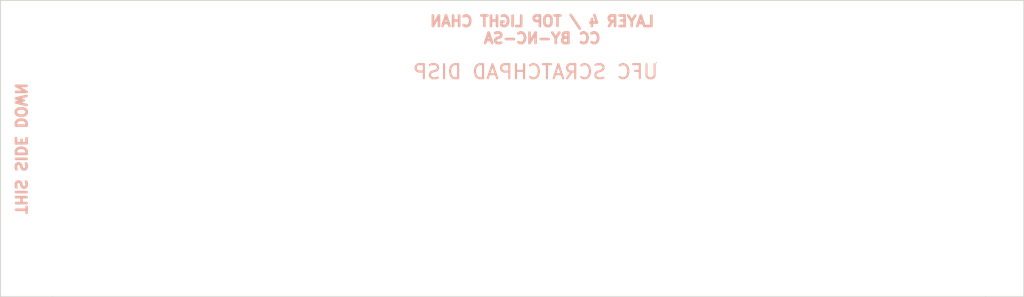
<source format=kicad_pcb>
(kicad_pcb (version 20171130) (host pcbnew "(5.1.9)-1")

  (general
    (thickness 1.6)
    (drawings 12)
    (tracks 0)
    (zones 0)
    (modules 95)
    (nets 1)
  )

  (page A4)
  (layers
    (0 F.Cu signal)
    (31 B.Cu signal)
    (32 B.Adhes user)
    (33 F.Adhes user)
    (34 B.Paste user)
    (35 F.Paste user)
    (36 B.SilkS user)
    (37 F.SilkS user)
    (38 B.Mask user)
    (39 F.Mask user)
    (40 Dwgs.User user)
    (41 Cmts.User user)
    (42 Eco1.User user)
    (43 Eco2.User user)
    (44 Edge.Cuts user)
    (45 Margin user)
    (46 B.CrtYd user)
    (47 F.CrtYd user)
    (48 B.Fab user)
    (49 F.Fab user)
  )

  (setup
    (last_trace_width 0.25)
    (user_trace_width 0.1524)
    (user_trace_width 0.2032)
    (user_trace_width 0.3048)
    (user_trace_width 0.4572)
    (user_trace_width 0.1524)
    (user_trace_width 0.2032)
    (user_trace_width 0.3048)
    (user_trace_width 0.4572)
    (user_trace_width 0.1524)
    (user_trace_width 0.2032)
    (user_trace_width 0.3048)
    (user_trace_width 0.4572)
    (user_trace_width 0.1524)
    (user_trace_width 0.2032)
    (user_trace_width 0.3048)
    (user_trace_width 0.4572)
    (user_trace_width 0.1524)
    (user_trace_width 0.2032)
    (user_trace_width 0.3048)
    (user_trace_width 0.4572)
    (user_trace_width 0.1524)
    (user_trace_width 0.2032)
    (user_trace_width 0.3048)
    (user_trace_width 0.4572)
    (user_trace_width 0.1524)
    (user_trace_width 0.2032)
    (user_trace_width 0.3048)
    (user_trace_width 0.4572)
    (user_trace_width 0.1524)
    (user_trace_width 0.2032)
    (user_trace_width 0.3048)
    (user_trace_width 0.4572)
    (user_trace_width 0.1524)
    (user_trace_width 0.2032)
    (user_trace_width 0.3048)
    (user_trace_width 0.4572)
    (user_trace_width 0.1524)
    (user_trace_width 0.2032)
    (user_trace_width 0.3048)
    (user_trace_width 0.4572)
    (user_trace_width 0.1524)
    (user_trace_width 0.2032)
    (user_trace_width 0.3048)
    (user_trace_width 0.4572)
    (user_trace_width 0.1524)
    (user_trace_width 0.2032)
    (user_trace_width 0.3048)
    (user_trace_width 0.4572)
    (user_trace_width 0.1524)
    (user_trace_width 0.2032)
    (user_trace_width 0.3048)
    (user_trace_width 0.4572)
    (user_trace_width 0.1524)
    (user_trace_width 0.2032)
    (user_trace_width 0.3048)
    (user_trace_width 0.4572)
    (user_trace_width 0.1524)
    (user_trace_width 0.2032)
    (user_trace_width 0.3048)
    (user_trace_width 0.4572)
    (user_trace_width 0.1524)
    (user_trace_width 0.2032)
    (user_trace_width 0.3048)
    (user_trace_width 0.4572)
    (user_trace_width 0.1524)
    (user_trace_width 0.2032)
    (user_trace_width 0.3048)
    (user_trace_width 0.4572)
    (user_trace_width 0.1524)
    (user_trace_width 0.2032)
    (user_trace_width 0.3048)
    (user_trace_width 0.4572)
    (user_trace_width 0.1524)
    (user_trace_width 0.2032)
    (user_trace_width 0.3048)
    (user_trace_width 0.4572)
    (user_trace_width 0.1524)
    (user_trace_width 0.2032)
    (user_trace_width 0.3048)
    (user_trace_width 0.4572)
    (user_trace_width 0.1524)
    (user_trace_width 0.2032)
    (user_trace_width 0.3048)
    (user_trace_width 0.4572)
    (user_trace_width 0.1524)
    (user_trace_width 0.2032)
    (user_trace_width 0.3048)
    (user_trace_width 0.4572)
    (user_trace_width 0.1524)
    (user_trace_width 0.2032)
    (user_trace_width 0.3048)
    (user_trace_width 0.4572)
    (user_trace_width 0.1524)
    (user_trace_width 0.2032)
    (user_trace_width 0.3048)
    (user_trace_width 0.4572)
    (user_trace_width 0.1524)
    (user_trace_width 0.2032)
    (user_trace_width 0.3048)
    (user_trace_width 0.4572)
    (user_trace_width 0.1524)
    (user_trace_width 0.2032)
    (user_trace_width 0.3048)
    (user_trace_width 0.4572)
    (user_trace_width 0.1524)
    (user_trace_width 0.2032)
    (user_trace_width 0.3048)
    (user_trace_width 0.4572)
    (user_trace_width 0.1524)
    (user_trace_width 0.2032)
    (user_trace_width 0.3048)
    (user_trace_width 0.4572)
    (user_trace_width 0.1524)
    (user_trace_width 0.2032)
    (user_trace_width 0.3048)
    (user_trace_width 0.4572)
    (user_trace_width 0.1524)
    (user_trace_width 0.2032)
    (user_trace_width 0.3048)
    (user_trace_width 0.4572)
    (user_trace_width 0.1524)
    (user_trace_width 0.2032)
    (user_trace_width 0.3048)
    (user_trace_width 0.4572)
    (user_trace_width 0.1524)
    (user_trace_width 0.2032)
    (user_trace_width 0.3048)
    (user_trace_width 0.4572)
    (user_trace_width 0.1524)
    (user_trace_width 0.2032)
    (user_trace_width 0.3048)
    (user_trace_width 0.4572)
    (user_trace_width 0.1524)
    (user_trace_width 0.2032)
    (user_trace_width 0.3048)
    (user_trace_width 0.4572)
    (user_trace_width 0.1524)
    (user_trace_width 0.2032)
    (user_trace_width 0.3048)
    (user_trace_width 0.4572)
    (user_trace_width 0.1524)
    (user_trace_width 0.2032)
    (user_trace_width 0.3048)
    (user_trace_width 0.4572)
    (user_trace_width 0.1524)
    (user_trace_width 0.2032)
    (user_trace_width 0.3048)
    (user_trace_width 0.4572)
    (user_trace_width 0.1524)
    (user_trace_width 0.2032)
    (user_trace_width 0.3048)
    (user_trace_width 0.4572)
    (user_trace_width 0.1524)
    (user_trace_width 0.2032)
    (user_trace_width 0.3048)
    (user_trace_width 0.4572)
    (user_trace_width 0.1524)
    (user_trace_width 0.2032)
    (user_trace_width 0.3048)
    (user_trace_width 0.4572)
    (trace_clearance 0.2)
    (zone_clearance 0.508)
    (zone_45_only no)
    (trace_min 0.127)
    (via_size 0.8)
    (via_drill 0.4)
    (via_min_size 0.45)
    (via_min_drill 0.2)
    (user_via 0.45 0.2)
    (user_via 0.45 0.2)
    (user_via 0.45 0.2)
    (user_via 0.45 0.2)
    (user_via 0.45 0.2)
    (user_via 0.45 0.2)
    (user_via 0.45 0.2)
    (user_via 0.45 0.2)
    (user_via 0.45 0.2)
    (user_via 0.45 0.2)
    (user_via 0.45 0.2)
    (user_via 0.45 0.2)
    (user_via 0.45 0.2)
    (user_via 0.45 0.2)
    (user_via 0.45 0.2)
    (user_via 0.45 0.2)
    (user_via 0.45 0.2)
    (user_via 0.45 0.2)
    (user_via 0.45 0.2)
    (user_via 0.45 0.2)
    (user_via 0.45 0.2)
    (user_via 0.45 0.2)
    (user_via 0.45 0.2)
    (user_via 0.45 0.2)
    (user_via 0.45 0.2)
    (user_via 0.45 0.2)
    (user_via 0.45 0.2)
    (user_via 0.45 0.2)
    (user_via 0.45 0.2)
    (user_via 0.45 0.2)
    (user_via 0.45 0.2)
    (user_via 0.45 0.2)
    (user_via 0.45 0.2)
    (user_via 0.45 0.2)
    (user_via 0.45 0.2)
    (user_via 0.45 0.2)
    (user_via 0.45 0.2)
    (user_via 0.45 0.2)
    (user_via 0.45 0.2)
    (user_via 0.45 0.2)
    (uvia_size 0.3)
    (uvia_drill 0.1)
    (uvias_allowed no)
    (uvia_min_size 0.2)
    (uvia_min_drill 0.1)
    (edge_width 0.05)
    (segment_width 0.2)
    (pcb_text_width 0.3)
    (pcb_text_size 1.5 1.5)
    (mod_edge_width 0.12)
    (mod_text_size 1 1)
    (mod_text_width 0.15)
    (pad_size 0.59 0.64)
    (pad_drill 0)
    (pad_to_mask_clearance 0.051)
    (solder_mask_min_width 0.25)
    (aux_axis_origin 147.6375 136.042)
    (grid_origin 147.6375 136.042)
    (visible_elements 7FFFF7DF)
    (pcbplotparams
      (layerselection 0x010fc_ffffffff)
      (usegerberextensions false)
      (usegerberattributes false)
      (usegerberadvancedattributes false)
      (creategerberjobfile false)
      (excludeedgelayer true)
      (linewidth 0.100000)
      (plotframeref false)
      (viasonmask false)
      (mode 1)
      (useauxorigin false)
      (hpglpennumber 1)
      (hpglpenspeed 20)
      (hpglpendiameter 15.000000)
      (psnegative false)
      (psa4output false)
      (plotreference true)
      (plotvalue true)
      (plotinvisibletext false)
      (padsonsilk false)
      (subtractmaskfromsilk false)
      (outputformat 1)
      (mirror false)
      (drillshape 0)
      (scaleselection 1)
      (outputdirectory "gerber"))
  )

  (net 0 "")

  (net_class Default "This is the default net class."
    (clearance 0.2)
    (trace_width 0.25)
    (via_dia 0.8)
    (via_drill 0.4)
    (uvia_dia 0.3)
    (uvia_drill 0.1)
  )

  (module KiCAD_Libraries:OPT_DISP_NPTH_0.6x0.9mmx3 (layer F.Cu) (tedit 5FB81E2A) (tstamp 5FBFA06B)
    (at 197.09675 82.2715 270)
    (path /5FB6DEC2)
    (fp_text reference D35 (at 0 -1.17 90) (layer F.SilkS) hide
      (effects (font (size 1 1) (thickness 0.15)))
    )
    (fp_text value LED (at 0 1.17 90) (layer F.Fab)
      (effects (font (size 1 1) (thickness 0.15)))
    )
    (fp_text user %R (at -0.014 0 90) (layer F.Fab) hide
      (effects (font (size 0.25 0.25) (thickness 0.04)))
    )
    (pad "" np_thru_hole circle (at 0 0 270) (size 0.6 0.6) (drill 0.6) (layers *.Cu *.Mask))
    (pad "" np_thru_hole circle (at -0.9 0 270) (size 0.6 0.6) (drill 0.6) (layers *.Cu *.Mask))
    (pad "" np_thru_hole circle (at 0.9 0 270) (size 0.6 0.6) (drill 0.6) (layers *.Cu *.Mask))
  )

  (module KiCAD_Libraries:OPT_DISP_NPTH_0.6x0.9mmx3 (layer F.Cu) (tedit 5FB81E2A) (tstamp 5FBFA05D)
    (at 192.73075 82.2715 270)
    (path /5FB6DEC2)
    (fp_text reference D35 (at 0 -1.17 90) (layer F.SilkS) hide
      (effects (font (size 1 1) (thickness 0.15)))
    )
    (fp_text value LED (at 0 1.17 90) (layer F.Fab)
      (effects (font (size 1 1) (thickness 0.15)))
    )
    (fp_text user %R (at -0.014 0 90) (layer F.Fab) hide
      (effects (font (size 0.25 0.25) (thickness 0.04)))
    )
    (pad "" np_thru_hole circle (at 0 0 270) (size 0.6 0.6) (drill 0.6) (layers *.Cu *.Mask))
    (pad "" np_thru_hole circle (at -0.9 0 270) (size 0.6 0.6) (drill 0.6) (layers *.Cu *.Mask))
    (pad "" np_thru_hole circle (at 0.9 0 270) (size 0.6 0.6) (drill 0.6) (layers *.Cu *.Mask))
  )

  (module KiCAD_Libraries:OPT_DISP_NPTH_0.6x0.9mmx3 (layer F.Cu) (tedit 5FB81E2A) (tstamp 5FBFA04F)
    (at 188.36475 82.2715 270)
    (path /5FB6DEC2)
    (fp_text reference D35 (at 0 -1.17 90) (layer F.SilkS) hide
      (effects (font (size 1 1) (thickness 0.15)))
    )
    (fp_text value LED (at 0 1.17 90) (layer F.Fab)
      (effects (font (size 1 1) (thickness 0.15)))
    )
    (fp_text user %R (at -0.014 0 90) (layer F.Fab) hide
      (effects (font (size 0.25 0.25) (thickness 0.04)))
    )
    (pad "" np_thru_hole circle (at 0 0 270) (size 0.6 0.6) (drill 0.6) (layers *.Cu *.Mask))
    (pad "" np_thru_hole circle (at -0.9 0 270) (size 0.6 0.6) (drill 0.6) (layers *.Cu *.Mask))
    (pad "" np_thru_hole circle (at 0.9 0 270) (size 0.6 0.6) (drill 0.6) (layers *.Cu *.Mask))
  )

  (module KiCAD_Libraries:OPT_DISP_NPTH_0.6x0.9mmx3 (layer F.Cu) (tedit 5FB81E2A) (tstamp 5FBFA041)
    (at 183.99875 82.2715 270)
    (path /5FB6DEC2)
    (fp_text reference D35 (at 0 -1.17 90) (layer F.SilkS) hide
      (effects (font (size 1 1) (thickness 0.15)))
    )
    (fp_text value LED (at 0 1.17 90) (layer F.Fab)
      (effects (font (size 1 1) (thickness 0.15)))
    )
    (fp_text user %R (at -0.014 0 90) (layer F.Fab) hide
      (effects (font (size 0.25 0.25) (thickness 0.04)))
    )
    (pad "" np_thru_hole circle (at 0 0 270) (size 0.6 0.6) (drill 0.6) (layers *.Cu *.Mask))
    (pad "" np_thru_hole circle (at -0.9 0 270) (size 0.6 0.6) (drill 0.6) (layers *.Cu *.Mask))
    (pad "" np_thru_hole circle (at 0.9 0 270) (size 0.6 0.6) (drill 0.6) (layers *.Cu *.Mask))
  )

  (module KiCAD_Libraries:OPT_DISP_NPTH_0.6x0.9mmx3 (layer F.Cu) (tedit 5FB81E2A) (tstamp 5FBFA033)
    (at 179.63275 82.2715 270)
    (path /5FB6DEC2)
    (fp_text reference D35 (at 0 -1.17 90) (layer F.SilkS) hide
      (effects (font (size 1 1) (thickness 0.15)))
    )
    (fp_text value LED (at 0 1.17 90) (layer F.Fab)
      (effects (font (size 1 1) (thickness 0.15)))
    )
    (fp_text user %R (at -0.014 0 90) (layer F.Fab) hide
      (effects (font (size 0.25 0.25) (thickness 0.04)))
    )
    (pad "" np_thru_hole circle (at 0 0 270) (size 0.6 0.6) (drill 0.6) (layers *.Cu *.Mask))
    (pad "" np_thru_hole circle (at -0.9 0 270) (size 0.6 0.6) (drill 0.6) (layers *.Cu *.Mask))
    (pad "" np_thru_hole circle (at 0.9 0 270) (size 0.6 0.6) (drill 0.6) (layers *.Cu *.Mask))
  )

  (module KiCAD_Libraries:OPT_DISP_NPTH_0.6x0.9mmx3 (layer F.Cu) (tedit 5FB81E2A) (tstamp 5FBFA025)
    (at 175.26675 82.2715 270)
    (path /5FB6DEC2)
    (fp_text reference D35 (at 0 -1.17 90) (layer F.SilkS) hide
      (effects (font (size 1 1) (thickness 0.15)))
    )
    (fp_text value LED (at 0 1.17 90) (layer F.Fab)
      (effects (font (size 1 1) (thickness 0.15)))
    )
    (fp_text user %R (at -0.014 0 90) (layer F.Fab) hide
      (effects (font (size 0.25 0.25) (thickness 0.04)))
    )
    (pad "" np_thru_hole circle (at 0 0 270) (size 0.6 0.6) (drill 0.6) (layers *.Cu *.Mask))
    (pad "" np_thru_hole circle (at -0.9 0 270) (size 0.6 0.6) (drill 0.6) (layers *.Cu *.Mask))
    (pad "" np_thru_hole circle (at 0.9 0 270) (size 0.6 0.6) (drill 0.6) (layers *.Cu *.Mask))
  )

  (module KiCAD_Libraries:OPT_DISP_NPTH_0.6x0.9mmx3 (layer F.Cu) (tedit 5FB81E2A) (tstamp 5FBFA017)
    (at 170.90075 82.2715 270)
    (path /5FB6DEC2)
    (fp_text reference D35 (at 0 -1.17 90) (layer F.SilkS) hide
      (effects (font (size 1 1) (thickness 0.15)))
    )
    (fp_text value LED (at 0 1.17 90) (layer F.Fab)
      (effects (font (size 1 1) (thickness 0.15)))
    )
    (fp_text user %R (at -0.014 0 90) (layer F.Fab) hide
      (effects (font (size 0.25 0.25) (thickness 0.04)))
    )
    (pad "" np_thru_hole circle (at 0 0 270) (size 0.6 0.6) (drill 0.6) (layers *.Cu *.Mask))
    (pad "" np_thru_hole circle (at -0.9 0 270) (size 0.6 0.6) (drill 0.6) (layers *.Cu *.Mask))
    (pad "" np_thru_hole circle (at 0.9 0 270) (size 0.6 0.6) (drill 0.6) (layers *.Cu *.Mask))
  )

  (module KiCAD_Libraries:OPT_DISP_NPTH_0.6x0.9mmx3 (layer F.Cu) (tedit 5FB81E2A) (tstamp 5FBFA009)
    (at 166.53475 82.2715 270)
    (path /5FB6DEC2)
    (fp_text reference D35 (at 0 -1.17 90) (layer F.SilkS) hide
      (effects (font (size 1 1) (thickness 0.15)))
    )
    (fp_text value LED (at 0 1.17 90) (layer F.Fab)
      (effects (font (size 1 1) (thickness 0.15)))
    )
    (fp_text user %R (at -0.014 0 90) (layer F.Fab) hide
      (effects (font (size 0.25 0.25) (thickness 0.04)))
    )
    (pad "" np_thru_hole circle (at 0 0 270) (size 0.6 0.6) (drill 0.6) (layers *.Cu *.Mask))
    (pad "" np_thru_hole circle (at -0.9 0 270) (size 0.6 0.6) (drill 0.6) (layers *.Cu *.Mask))
    (pad "" np_thru_hole circle (at 0.9 0 270) (size 0.6 0.6) (drill 0.6) (layers *.Cu *.Mask))
  )

  (module KiCAD_Libraries:OPT_DISP_NPTH_0.6x0.9mmx3 (layer F.Cu) (tedit 5FB81E2A) (tstamp 5FBF9FF4)
    (at 194.7155 79.0965 270)
    (path /5FB6DEE6)
    (fp_text reference D38 (at 0 -1.17 90) (layer F.SilkS) hide
      (effects (font (size 1 1) (thickness 0.15)))
    )
    (fp_text value LED (at 0 1.17 90) (layer F.Fab)
      (effects (font (size 1 1) (thickness 0.15)))
    )
    (fp_text user %R (at 0 0 90) (layer F.Fab) hide
      (effects (font (size 0.25 0.25) (thickness 0.04)))
    )
    (pad "" np_thru_hole circle (at 0 0 270) (size 0.6 0.6) (drill 0.6) (layers *.Cu *.Mask))
    (pad "" np_thru_hole circle (at -0.9 0 270) (size 0.6 0.6) (drill 0.6) (layers *.Cu *.Mask))
    (pad "" np_thru_hole circle (at 0.9 0 270) (size 0.6 0.6) (drill 0.6) (layers *.Cu *.Mask))
  )

  (module KiCAD_Libraries:OPT_DISP_NPTH_0.6x0.9mmx3 (layer F.Cu) (tedit 5FB81E2A) (tstamp 5FBF9FE6)
    (at 190.3495 79.0965 270)
    (path /5FB6DEE6)
    (fp_text reference D38 (at 0 -1.17 90) (layer F.SilkS) hide
      (effects (font (size 1 1) (thickness 0.15)))
    )
    (fp_text value LED (at 0 1.17 90) (layer F.Fab)
      (effects (font (size 1 1) (thickness 0.15)))
    )
    (fp_text user %R (at 0 0 90) (layer F.Fab) hide
      (effects (font (size 0.25 0.25) (thickness 0.04)))
    )
    (pad "" np_thru_hole circle (at 0 0 270) (size 0.6 0.6) (drill 0.6) (layers *.Cu *.Mask))
    (pad "" np_thru_hole circle (at -0.9 0 270) (size 0.6 0.6) (drill 0.6) (layers *.Cu *.Mask))
    (pad "" np_thru_hole circle (at 0.9 0 270) (size 0.6 0.6) (drill 0.6) (layers *.Cu *.Mask))
  )

  (module KiCAD_Libraries:OPT_DISP_NPTH_0.6x0.9mmx3 (layer F.Cu) (tedit 5FB81E2A) (tstamp 5FBF9FD8)
    (at 185.9835 79.0965 270)
    (path /5FB6DEE6)
    (fp_text reference D38 (at 0 -1.17 90) (layer F.SilkS) hide
      (effects (font (size 1 1) (thickness 0.15)))
    )
    (fp_text value LED (at 0 1.17 90) (layer F.Fab)
      (effects (font (size 1 1) (thickness 0.15)))
    )
    (fp_text user %R (at 0 0 90) (layer F.Fab) hide
      (effects (font (size 0.25 0.25) (thickness 0.04)))
    )
    (pad "" np_thru_hole circle (at 0 0 270) (size 0.6 0.6) (drill 0.6) (layers *.Cu *.Mask))
    (pad "" np_thru_hole circle (at -0.9 0 270) (size 0.6 0.6) (drill 0.6) (layers *.Cu *.Mask))
    (pad "" np_thru_hole circle (at 0.9 0 270) (size 0.6 0.6) (drill 0.6) (layers *.Cu *.Mask))
  )

  (module KiCAD_Libraries:OPT_DISP_NPTH_0.6x0.9mmx3 (layer F.Cu) (tedit 5FB81E2A) (tstamp 5FBF9FCA)
    (at 181.6175 79.0965 270)
    (path /5FB6DEE6)
    (fp_text reference D38 (at 0 -1.17 90) (layer F.SilkS) hide
      (effects (font (size 1 1) (thickness 0.15)))
    )
    (fp_text value LED (at 0 1.17 90) (layer F.Fab)
      (effects (font (size 1 1) (thickness 0.15)))
    )
    (fp_text user %R (at 0 0 90) (layer F.Fab) hide
      (effects (font (size 0.25 0.25) (thickness 0.04)))
    )
    (pad "" np_thru_hole circle (at 0 0 270) (size 0.6 0.6) (drill 0.6) (layers *.Cu *.Mask))
    (pad "" np_thru_hole circle (at -0.9 0 270) (size 0.6 0.6) (drill 0.6) (layers *.Cu *.Mask))
    (pad "" np_thru_hole circle (at 0.9 0 270) (size 0.6 0.6) (drill 0.6) (layers *.Cu *.Mask))
  )

  (module KiCAD_Libraries:OPT_DISP_NPTH_0.6x0.9mmx3 (layer F.Cu) (tedit 5FB81E2A) (tstamp 5FBF9FBC)
    (at 177.2515 79.0965 270)
    (path /5FB6DEE6)
    (fp_text reference D38 (at 0 -1.17 90) (layer F.SilkS) hide
      (effects (font (size 1 1) (thickness 0.15)))
    )
    (fp_text value LED (at 0 1.17 90) (layer F.Fab)
      (effects (font (size 1 1) (thickness 0.15)))
    )
    (fp_text user %R (at 0 0 90) (layer F.Fab) hide
      (effects (font (size 0.25 0.25) (thickness 0.04)))
    )
    (pad "" np_thru_hole circle (at 0 0 270) (size 0.6 0.6) (drill 0.6) (layers *.Cu *.Mask))
    (pad "" np_thru_hole circle (at -0.9 0 270) (size 0.6 0.6) (drill 0.6) (layers *.Cu *.Mask))
    (pad "" np_thru_hole circle (at 0.9 0 270) (size 0.6 0.6) (drill 0.6) (layers *.Cu *.Mask))
  )

  (module KiCAD_Libraries:OPT_DISP_NPTH_0.6x0.9mmx3 (layer F.Cu) (tedit 5FB81E2A) (tstamp 5FBF9FAE)
    (at 172.8855 79.0965 270)
    (path /5FB6DEE6)
    (fp_text reference D38 (at 0 -1.17 90) (layer F.SilkS) hide
      (effects (font (size 1 1) (thickness 0.15)))
    )
    (fp_text value LED (at 0 1.17 90) (layer F.Fab)
      (effects (font (size 1 1) (thickness 0.15)))
    )
    (fp_text user %R (at 0 0 90) (layer F.Fab) hide
      (effects (font (size 0.25 0.25) (thickness 0.04)))
    )
    (pad "" np_thru_hole circle (at 0 0 270) (size 0.6 0.6) (drill 0.6) (layers *.Cu *.Mask))
    (pad "" np_thru_hole circle (at -0.9 0 270) (size 0.6 0.6) (drill 0.6) (layers *.Cu *.Mask))
    (pad "" np_thru_hole circle (at 0.9 0 270) (size 0.6 0.6) (drill 0.6) (layers *.Cu *.Mask))
  )

  (module KiCAD_Libraries:OPT_DISP_NPTH_0.6x0.9mmx3 (layer F.Cu) (tedit 5FB81E2A) (tstamp 5FBF9FA0)
    (at 168.5195 79.0965 270)
    (path /5FB6DEE6)
    (fp_text reference D38 (at 0 -1.17 90) (layer F.SilkS) hide
      (effects (font (size 1 1) (thickness 0.15)))
    )
    (fp_text value LED (at 0 1.17 90) (layer F.Fab)
      (effects (font (size 1 1) (thickness 0.15)))
    )
    (fp_text user %R (at 0 0 90) (layer F.Fab) hide
      (effects (font (size 0.25 0.25) (thickness 0.04)))
    )
    (pad "" np_thru_hole circle (at 0 0 270) (size 0.6 0.6) (drill 0.6) (layers *.Cu *.Mask))
    (pad "" np_thru_hole circle (at -0.9 0 270) (size 0.6 0.6) (drill 0.6) (layers *.Cu *.Mask))
    (pad "" np_thru_hole circle (at 0.9 0 270) (size 0.6 0.6) (drill 0.6) (layers *.Cu *.Mask))
  )

  (module KiCAD_Libraries:OPT_DISP_NPTH_0.6x0.9mmx3 (layer F.Cu) (tedit 5FB81E2A) (tstamp 5FBF9F92)
    (at 164.1535 79.0965 270)
    (path /5FB6DEE6)
    (fp_text reference D38 (at 0 -1.17 90) (layer F.SilkS) hide
      (effects (font (size 1 1) (thickness 0.15)))
    )
    (fp_text value LED (at 0 1.17 90) (layer F.Fab)
      (effects (font (size 1 1) (thickness 0.15)))
    )
    (fp_text user %R (at 0 0 90) (layer F.Fab) hide
      (effects (font (size 0.25 0.25) (thickness 0.04)))
    )
    (pad "" np_thru_hole circle (at 0 0 270) (size 0.6 0.6) (drill 0.6) (layers *.Cu *.Mask))
    (pad "" np_thru_hole circle (at -0.9 0 270) (size 0.6 0.6) (drill 0.6) (layers *.Cu *.Mask))
    (pad "" np_thru_hole circle (at 0.9 0 270) (size 0.6 0.6) (drill 0.6) (layers *.Cu *.Mask))
  )

  (module KiCAD_Libraries:OPT_DISP_NPTH_0.6x0.9mmx3 (layer F.Cu) (tedit 5FB81E2A) (tstamp 5FBF9F7D)
    (at 195.906125 80.684 180)
    (path /5FB6DEF2)
    (fp_text reference D39 (at 0 -1.17) (layer F.SilkS) hide
      (effects (font (size 1 1) (thickness 0.15)))
    )
    (fp_text value LED (at 0 1.17) (layer F.Fab)
      (effects (font (size 1 1) (thickness 0.15)))
    )
    (fp_text user %R (at 0 0) (layer F.Fab) hide
      (effects (font (size 0.25 0.25) (thickness 0.04)))
    )
    (pad "" np_thru_hole circle (at 0 0 180) (size 0.6 0.6) (drill 0.6) (layers *.Cu *.Mask))
    (pad "" np_thru_hole circle (at -0.9 0 180) (size 0.6 0.6) (drill 0.6) (layers *.Cu *.Mask))
    (pad "" np_thru_hole circle (at 0.9 0 180) (size 0.6 0.6) (drill 0.6) (layers *.Cu *.Mask))
  )

  (module KiCAD_Libraries:OPT_DISP_NPTH_0.6x0.9mmx3 (layer F.Cu) (tedit 5FB81E2A) (tstamp 5FBF9F6F)
    (at 191.540125 80.684 180)
    (path /5FB6DEF2)
    (fp_text reference D39 (at 0 -1.17) (layer F.SilkS) hide
      (effects (font (size 1 1) (thickness 0.15)))
    )
    (fp_text value LED (at 0 1.17) (layer F.Fab)
      (effects (font (size 1 1) (thickness 0.15)))
    )
    (fp_text user %R (at 0 0) (layer F.Fab) hide
      (effects (font (size 0.25 0.25) (thickness 0.04)))
    )
    (pad "" np_thru_hole circle (at 0 0 180) (size 0.6 0.6) (drill 0.6) (layers *.Cu *.Mask))
    (pad "" np_thru_hole circle (at -0.9 0 180) (size 0.6 0.6) (drill 0.6) (layers *.Cu *.Mask))
    (pad "" np_thru_hole circle (at 0.9 0 180) (size 0.6 0.6) (drill 0.6) (layers *.Cu *.Mask))
  )

  (module KiCAD_Libraries:OPT_DISP_NPTH_0.6x0.9mmx3 (layer F.Cu) (tedit 5FB81E2A) (tstamp 5FBF9F61)
    (at 187.174125 80.684 180)
    (path /5FB6DEF2)
    (fp_text reference D39 (at 0 -1.17) (layer F.SilkS) hide
      (effects (font (size 1 1) (thickness 0.15)))
    )
    (fp_text value LED (at 0 1.17) (layer F.Fab)
      (effects (font (size 1 1) (thickness 0.15)))
    )
    (fp_text user %R (at 0 0) (layer F.Fab) hide
      (effects (font (size 0.25 0.25) (thickness 0.04)))
    )
    (pad "" np_thru_hole circle (at 0 0 180) (size 0.6 0.6) (drill 0.6) (layers *.Cu *.Mask))
    (pad "" np_thru_hole circle (at -0.9 0 180) (size 0.6 0.6) (drill 0.6) (layers *.Cu *.Mask))
    (pad "" np_thru_hole circle (at 0.9 0 180) (size 0.6 0.6) (drill 0.6) (layers *.Cu *.Mask))
  )

  (module KiCAD_Libraries:OPT_DISP_NPTH_0.6x0.9mmx3 (layer F.Cu) (tedit 5FB81E2A) (tstamp 5FBF9F53)
    (at 182.808125 80.684 180)
    (path /5FB6DEF2)
    (fp_text reference D39 (at 0 -1.17) (layer F.SilkS) hide
      (effects (font (size 1 1) (thickness 0.15)))
    )
    (fp_text value LED (at 0 1.17) (layer F.Fab)
      (effects (font (size 1 1) (thickness 0.15)))
    )
    (fp_text user %R (at 0 0) (layer F.Fab) hide
      (effects (font (size 0.25 0.25) (thickness 0.04)))
    )
    (pad "" np_thru_hole circle (at 0 0 180) (size 0.6 0.6) (drill 0.6) (layers *.Cu *.Mask))
    (pad "" np_thru_hole circle (at -0.9 0 180) (size 0.6 0.6) (drill 0.6) (layers *.Cu *.Mask))
    (pad "" np_thru_hole circle (at 0.9 0 180) (size 0.6 0.6) (drill 0.6) (layers *.Cu *.Mask))
  )

  (module KiCAD_Libraries:OPT_DISP_NPTH_0.6x0.9mmx3 (layer F.Cu) (tedit 5FB81E2A) (tstamp 5FBF9F45)
    (at 178.442125 80.684 180)
    (path /5FB6DEF2)
    (fp_text reference D39 (at 0 -1.17) (layer F.SilkS) hide
      (effects (font (size 1 1) (thickness 0.15)))
    )
    (fp_text value LED (at 0 1.17) (layer F.Fab)
      (effects (font (size 1 1) (thickness 0.15)))
    )
    (fp_text user %R (at 0 0) (layer F.Fab) hide
      (effects (font (size 0.25 0.25) (thickness 0.04)))
    )
    (pad "" np_thru_hole circle (at 0 0 180) (size 0.6 0.6) (drill 0.6) (layers *.Cu *.Mask))
    (pad "" np_thru_hole circle (at -0.9 0 180) (size 0.6 0.6) (drill 0.6) (layers *.Cu *.Mask))
    (pad "" np_thru_hole circle (at 0.9 0 180) (size 0.6 0.6) (drill 0.6) (layers *.Cu *.Mask))
  )

  (module KiCAD_Libraries:OPT_DISP_NPTH_0.6x0.9mmx3 (layer F.Cu) (tedit 5FB81E2A) (tstamp 5FBF9F37)
    (at 174.076125 80.684 180)
    (path /5FB6DEF2)
    (fp_text reference D39 (at 0 -1.17) (layer F.SilkS) hide
      (effects (font (size 1 1) (thickness 0.15)))
    )
    (fp_text value LED (at 0 1.17) (layer F.Fab)
      (effects (font (size 1 1) (thickness 0.15)))
    )
    (fp_text user %R (at 0 0) (layer F.Fab) hide
      (effects (font (size 0.25 0.25) (thickness 0.04)))
    )
    (pad "" np_thru_hole circle (at 0 0 180) (size 0.6 0.6) (drill 0.6) (layers *.Cu *.Mask))
    (pad "" np_thru_hole circle (at -0.9 0 180) (size 0.6 0.6) (drill 0.6) (layers *.Cu *.Mask))
    (pad "" np_thru_hole circle (at 0.9 0 180) (size 0.6 0.6) (drill 0.6) (layers *.Cu *.Mask))
  )

  (module KiCAD_Libraries:OPT_DISP_NPTH_0.6x0.9mmx3 (layer F.Cu) (tedit 5FB81E2A) (tstamp 5FBF9F29)
    (at 169.710125 80.684 180)
    (path /5FB6DEF2)
    (fp_text reference D39 (at 0 -1.17) (layer F.SilkS) hide
      (effects (font (size 1 1) (thickness 0.15)))
    )
    (fp_text value LED (at 0 1.17) (layer F.Fab)
      (effects (font (size 1 1) (thickness 0.15)))
    )
    (fp_text user %R (at 0 0) (layer F.Fab) hide
      (effects (font (size 0.25 0.25) (thickness 0.04)))
    )
    (pad "" np_thru_hole circle (at 0 0 180) (size 0.6 0.6) (drill 0.6) (layers *.Cu *.Mask))
    (pad "" np_thru_hole circle (at -0.9 0 180) (size 0.6 0.6) (drill 0.6) (layers *.Cu *.Mask))
    (pad "" np_thru_hole circle (at 0.9 0 180) (size 0.6 0.6) (drill 0.6) (layers *.Cu *.Mask))
  )

  (module KiCAD_Libraries:OPT_DISP_NPTH_0.6x0.9mmx3 (layer F.Cu) (tedit 5FB81E2A) (tstamp 5FBF9F1B)
    (at 165.344125 80.684 180)
    (path /5FB6DEF2)
    (fp_text reference D39 (at 0 -1.17) (layer F.SilkS) hide
      (effects (font (size 1 1) (thickness 0.15)))
    )
    (fp_text value LED (at 0 1.17) (layer F.Fab)
      (effects (font (size 1 1) (thickness 0.15)))
    )
    (fp_text user %R (at 0 0) (layer F.Fab) hide
      (effects (font (size 0.25 0.25) (thickness 0.04)))
    )
    (pad "" np_thru_hole circle (at 0 0 180) (size 0.6 0.6) (drill 0.6) (layers *.Cu *.Mask))
    (pad "" np_thru_hole circle (at -0.9 0 180) (size 0.6 0.6) (drill 0.6) (layers *.Cu *.Mask))
    (pad "" np_thru_hole circle (at 0.9 0 180) (size 0.6 0.6) (drill 0.6) (layers *.Cu *.Mask))
  )

  (module KiCAD_Libraries:OPT_DISP_NPTH_0.6x0.9mmx3 (layer F.Cu) (tedit 5FB81E2A) (tstamp 5FBF9F06)
    (at 197.09675 79.0965 270)
    (path /5FB6DEB6)
    (fp_text reference D34 (at 0 -1.17 90) (layer F.SilkS) hide
      (effects (font (size 1 1) (thickness 0.15)))
    )
    (fp_text value LED (at 0 1.17 90) (layer F.Fab)
      (effects (font (size 1 1) (thickness 0.15)))
    )
    (fp_text user %R (at 0 0 90) (layer F.Fab) hide
      (effects (font (size 0.25 0.25) (thickness 0.04)))
    )
    (pad "" np_thru_hole circle (at 0 0 270) (size 0.6 0.6) (drill 0.6) (layers *.Cu *.Mask))
    (pad "" np_thru_hole circle (at -0.9 0 270) (size 0.6 0.6) (drill 0.6) (layers *.Cu *.Mask))
    (pad "" np_thru_hole circle (at 0.9 0 270) (size 0.6 0.6) (drill 0.6) (layers *.Cu *.Mask))
  )

  (module KiCAD_Libraries:OPT_DISP_NPTH_0.6x0.9mmx3 (layer F.Cu) (tedit 5FB81E2A) (tstamp 5FBF9EF8)
    (at 192.73075 79.0965 270)
    (path /5FB6DEB6)
    (fp_text reference D34 (at 0 -1.17 90) (layer F.SilkS) hide
      (effects (font (size 1 1) (thickness 0.15)))
    )
    (fp_text value LED (at 0 1.17 90) (layer F.Fab)
      (effects (font (size 1 1) (thickness 0.15)))
    )
    (fp_text user %R (at 0 0 90) (layer F.Fab) hide
      (effects (font (size 0.25 0.25) (thickness 0.04)))
    )
    (pad "" np_thru_hole circle (at 0 0 270) (size 0.6 0.6) (drill 0.6) (layers *.Cu *.Mask))
    (pad "" np_thru_hole circle (at -0.9 0 270) (size 0.6 0.6) (drill 0.6) (layers *.Cu *.Mask))
    (pad "" np_thru_hole circle (at 0.9 0 270) (size 0.6 0.6) (drill 0.6) (layers *.Cu *.Mask))
  )

  (module KiCAD_Libraries:OPT_DISP_NPTH_0.6x0.9mmx3 (layer F.Cu) (tedit 5FB81E2A) (tstamp 5FBF9EEA)
    (at 188.36475 79.0965 270)
    (path /5FB6DEB6)
    (fp_text reference D34 (at 0 -1.17 90) (layer F.SilkS) hide
      (effects (font (size 1 1) (thickness 0.15)))
    )
    (fp_text value LED (at 0 1.17 90) (layer F.Fab)
      (effects (font (size 1 1) (thickness 0.15)))
    )
    (fp_text user %R (at 0 0 90) (layer F.Fab) hide
      (effects (font (size 0.25 0.25) (thickness 0.04)))
    )
    (pad "" np_thru_hole circle (at 0 0 270) (size 0.6 0.6) (drill 0.6) (layers *.Cu *.Mask))
    (pad "" np_thru_hole circle (at -0.9 0 270) (size 0.6 0.6) (drill 0.6) (layers *.Cu *.Mask))
    (pad "" np_thru_hole circle (at 0.9 0 270) (size 0.6 0.6) (drill 0.6) (layers *.Cu *.Mask))
  )

  (module KiCAD_Libraries:OPT_DISP_NPTH_0.6x0.9mmx3 (layer F.Cu) (tedit 5FB81E2A) (tstamp 5FBF9EDC)
    (at 183.99875 79.0965 270)
    (path /5FB6DEB6)
    (fp_text reference D34 (at 0 -1.17 90) (layer F.SilkS) hide
      (effects (font (size 1 1) (thickness 0.15)))
    )
    (fp_text value LED (at 0 1.17 90) (layer F.Fab)
      (effects (font (size 1 1) (thickness 0.15)))
    )
    (fp_text user %R (at 0 0 90) (layer F.Fab) hide
      (effects (font (size 0.25 0.25) (thickness 0.04)))
    )
    (pad "" np_thru_hole circle (at 0 0 270) (size 0.6 0.6) (drill 0.6) (layers *.Cu *.Mask))
    (pad "" np_thru_hole circle (at -0.9 0 270) (size 0.6 0.6) (drill 0.6) (layers *.Cu *.Mask))
    (pad "" np_thru_hole circle (at 0.9 0 270) (size 0.6 0.6) (drill 0.6) (layers *.Cu *.Mask))
  )

  (module KiCAD_Libraries:OPT_DISP_NPTH_0.6x0.9mmx3 (layer F.Cu) (tedit 5FB81E2A) (tstamp 5FBF9ECE)
    (at 179.63275 79.0965 270)
    (path /5FB6DEB6)
    (fp_text reference D34 (at 0 -1.17 90) (layer F.SilkS) hide
      (effects (font (size 1 1) (thickness 0.15)))
    )
    (fp_text value LED (at 0 1.17 90) (layer F.Fab)
      (effects (font (size 1 1) (thickness 0.15)))
    )
    (fp_text user %R (at 0 0 90) (layer F.Fab) hide
      (effects (font (size 0.25 0.25) (thickness 0.04)))
    )
    (pad "" np_thru_hole circle (at 0 0 270) (size 0.6 0.6) (drill 0.6) (layers *.Cu *.Mask))
    (pad "" np_thru_hole circle (at -0.9 0 270) (size 0.6 0.6) (drill 0.6) (layers *.Cu *.Mask))
    (pad "" np_thru_hole circle (at 0.9 0 270) (size 0.6 0.6) (drill 0.6) (layers *.Cu *.Mask))
  )

  (module KiCAD_Libraries:OPT_DISP_NPTH_0.6x0.9mmx3 (layer F.Cu) (tedit 5FB81E2A) (tstamp 5FBF9EC0)
    (at 175.26675 79.0965 270)
    (path /5FB6DEB6)
    (fp_text reference D34 (at 0 -1.17 90) (layer F.SilkS) hide
      (effects (font (size 1 1) (thickness 0.15)))
    )
    (fp_text value LED (at 0 1.17 90) (layer F.Fab)
      (effects (font (size 1 1) (thickness 0.15)))
    )
    (fp_text user %R (at 0 0 90) (layer F.Fab) hide
      (effects (font (size 0.25 0.25) (thickness 0.04)))
    )
    (pad "" np_thru_hole circle (at 0 0 270) (size 0.6 0.6) (drill 0.6) (layers *.Cu *.Mask))
    (pad "" np_thru_hole circle (at -0.9 0 270) (size 0.6 0.6) (drill 0.6) (layers *.Cu *.Mask))
    (pad "" np_thru_hole circle (at 0.9 0 270) (size 0.6 0.6) (drill 0.6) (layers *.Cu *.Mask))
  )

  (module KiCAD_Libraries:OPT_DISP_NPTH_0.6x0.9mmx3 (layer F.Cu) (tedit 5FB81E2A) (tstamp 5FBF9EB2)
    (at 170.90075 79.0965 270)
    (path /5FB6DEB6)
    (fp_text reference D34 (at 0 -1.17 90) (layer F.SilkS) hide
      (effects (font (size 1 1) (thickness 0.15)))
    )
    (fp_text value LED (at 0 1.17 90) (layer F.Fab)
      (effects (font (size 1 1) (thickness 0.15)))
    )
    (fp_text user %R (at 0 0 90) (layer F.Fab) hide
      (effects (font (size 0.25 0.25) (thickness 0.04)))
    )
    (pad "" np_thru_hole circle (at 0 0 270) (size 0.6 0.6) (drill 0.6) (layers *.Cu *.Mask))
    (pad "" np_thru_hole circle (at -0.9 0 270) (size 0.6 0.6) (drill 0.6) (layers *.Cu *.Mask))
    (pad "" np_thru_hole circle (at 0.9 0 270) (size 0.6 0.6) (drill 0.6) (layers *.Cu *.Mask))
  )

  (module KiCAD_Libraries:OPT_DISP_NPTH_0.6x0.9mmx3 (layer F.Cu) (tedit 5FB81E2A) (tstamp 5FBF9EA4)
    (at 166.53475 79.0965 270)
    (path /5FB6DEB6)
    (fp_text reference D34 (at 0 -1.17 90) (layer F.SilkS) hide
      (effects (font (size 1 1) (thickness 0.15)))
    )
    (fp_text value LED (at 0 1.17 90) (layer F.Fab)
      (effects (font (size 1 1) (thickness 0.15)))
    )
    (fp_text user %R (at 0 0 90) (layer F.Fab) hide
      (effects (font (size 0.25 0.25) (thickness 0.04)))
    )
    (pad "" np_thru_hole circle (at 0 0 270) (size 0.6 0.6) (drill 0.6) (layers *.Cu *.Mask))
    (pad "" np_thru_hole circle (at -0.9 0 270) (size 0.6 0.6) (drill 0.6) (layers *.Cu *.Mask))
    (pad "" np_thru_hole circle (at 0.9 0 270) (size 0.6 0.6) (drill 0.6) (layers *.Cu *.Mask))
  )

  (module KiCAD_Libraries:OPT_DISP_NPTH_0.6x0.9mmx3 (layer F.Cu) (tedit 5FB81E2A) (tstamp 5FBF9E8F)
    (at 195.906125 83.859)
    (path /5FB6DECE)
    (fp_text reference D36 (at 0 -1.17) (layer F.SilkS) hide
      (effects (font (size 1 1) (thickness 0.15)))
    )
    (fp_text value LED (at 0 1.17) (layer F.Fab)
      (effects (font (size 1 1) (thickness 0.15)))
    )
    (fp_text user %R (at 0 0) (layer F.Fab) hide
      (effects (font (size 0.25 0.25) (thickness 0.04)))
    )
    (pad "" np_thru_hole circle (at 0 0) (size 0.6 0.6) (drill 0.6) (layers *.Cu *.Mask))
    (pad "" np_thru_hole circle (at -0.9 0) (size 0.6 0.6) (drill 0.6) (layers *.Cu *.Mask))
    (pad "" np_thru_hole circle (at 0.9 0) (size 0.6 0.6) (drill 0.6) (layers *.Cu *.Mask))
  )

  (module KiCAD_Libraries:OPT_DISP_NPTH_0.6x0.9mmx3 (layer F.Cu) (tedit 5FB81E2A) (tstamp 5FBF9E81)
    (at 191.540125 83.859)
    (path /5FB6DECE)
    (fp_text reference D36 (at 0 -1.17) (layer F.SilkS) hide
      (effects (font (size 1 1) (thickness 0.15)))
    )
    (fp_text value LED (at 0 1.17) (layer F.Fab)
      (effects (font (size 1 1) (thickness 0.15)))
    )
    (fp_text user %R (at 0 0) (layer F.Fab) hide
      (effects (font (size 0.25 0.25) (thickness 0.04)))
    )
    (pad "" np_thru_hole circle (at 0 0) (size 0.6 0.6) (drill 0.6) (layers *.Cu *.Mask))
    (pad "" np_thru_hole circle (at -0.9 0) (size 0.6 0.6) (drill 0.6) (layers *.Cu *.Mask))
    (pad "" np_thru_hole circle (at 0.9 0) (size 0.6 0.6) (drill 0.6) (layers *.Cu *.Mask))
  )

  (module KiCAD_Libraries:OPT_DISP_NPTH_0.6x0.9mmx3 (layer F.Cu) (tedit 5FB81E2A) (tstamp 5FBF9E73)
    (at 187.174125 83.859)
    (path /5FB6DECE)
    (fp_text reference D36 (at 0 -1.17) (layer F.SilkS) hide
      (effects (font (size 1 1) (thickness 0.15)))
    )
    (fp_text value LED (at 0 1.17) (layer F.Fab)
      (effects (font (size 1 1) (thickness 0.15)))
    )
    (fp_text user %R (at 0 0) (layer F.Fab) hide
      (effects (font (size 0.25 0.25) (thickness 0.04)))
    )
    (pad "" np_thru_hole circle (at 0 0) (size 0.6 0.6) (drill 0.6) (layers *.Cu *.Mask))
    (pad "" np_thru_hole circle (at -0.9 0) (size 0.6 0.6) (drill 0.6) (layers *.Cu *.Mask))
    (pad "" np_thru_hole circle (at 0.9 0) (size 0.6 0.6) (drill 0.6) (layers *.Cu *.Mask))
  )

  (module KiCAD_Libraries:OPT_DISP_NPTH_0.6x0.9mmx3 (layer F.Cu) (tedit 5FB81E2A) (tstamp 5FBF9E65)
    (at 182.808125 83.859)
    (path /5FB6DECE)
    (fp_text reference D36 (at 0 -1.17) (layer F.SilkS) hide
      (effects (font (size 1 1) (thickness 0.15)))
    )
    (fp_text value LED (at 0 1.17) (layer F.Fab)
      (effects (font (size 1 1) (thickness 0.15)))
    )
    (fp_text user %R (at 0 0) (layer F.Fab) hide
      (effects (font (size 0.25 0.25) (thickness 0.04)))
    )
    (pad "" np_thru_hole circle (at 0 0) (size 0.6 0.6) (drill 0.6) (layers *.Cu *.Mask))
    (pad "" np_thru_hole circle (at -0.9 0) (size 0.6 0.6) (drill 0.6) (layers *.Cu *.Mask))
    (pad "" np_thru_hole circle (at 0.9 0) (size 0.6 0.6) (drill 0.6) (layers *.Cu *.Mask))
  )

  (module KiCAD_Libraries:OPT_DISP_NPTH_0.6x0.9mmx3 (layer F.Cu) (tedit 5FB81E2A) (tstamp 5FBF9E57)
    (at 178.442125 83.859)
    (path /5FB6DECE)
    (fp_text reference D36 (at 0 -1.17) (layer F.SilkS) hide
      (effects (font (size 1 1) (thickness 0.15)))
    )
    (fp_text value LED (at 0 1.17) (layer F.Fab)
      (effects (font (size 1 1) (thickness 0.15)))
    )
    (fp_text user %R (at 0 0) (layer F.Fab) hide
      (effects (font (size 0.25 0.25) (thickness 0.04)))
    )
    (pad "" np_thru_hole circle (at 0 0) (size 0.6 0.6) (drill 0.6) (layers *.Cu *.Mask))
    (pad "" np_thru_hole circle (at -0.9 0) (size 0.6 0.6) (drill 0.6) (layers *.Cu *.Mask))
    (pad "" np_thru_hole circle (at 0.9 0) (size 0.6 0.6) (drill 0.6) (layers *.Cu *.Mask))
  )

  (module KiCAD_Libraries:OPT_DISP_NPTH_0.6x0.9mmx3 (layer F.Cu) (tedit 5FB81E2A) (tstamp 5FBF9E49)
    (at 174.076125 83.859)
    (path /5FB6DECE)
    (fp_text reference D36 (at 0 -1.17) (layer F.SilkS) hide
      (effects (font (size 1 1) (thickness 0.15)))
    )
    (fp_text value LED (at 0 1.17) (layer F.Fab)
      (effects (font (size 1 1) (thickness 0.15)))
    )
    (fp_text user %R (at 0 0) (layer F.Fab) hide
      (effects (font (size 0.25 0.25) (thickness 0.04)))
    )
    (pad "" np_thru_hole circle (at 0 0) (size 0.6 0.6) (drill 0.6) (layers *.Cu *.Mask))
    (pad "" np_thru_hole circle (at -0.9 0) (size 0.6 0.6) (drill 0.6) (layers *.Cu *.Mask))
    (pad "" np_thru_hole circle (at 0.9 0) (size 0.6 0.6) (drill 0.6) (layers *.Cu *.Mask))
  )

  (module KiCAD_Libraries:OPT_DISP_NPTH_0.6x0.9mmx3 (layer F.Cu) (tedit 5FB81E2A) (tstamp 5FBF9E3B)
    (at 169.710125 83.859)
    (path /5FB6DECE)
    (fp_text reference D36 (at 0 -1.17) (layer F.SilkS) hide
      (effects (font (size 1 1) (thickness 0.15)))
    )
    (fp_text value LED (at 0 1.17) (layer F.Fab)
      (effects (font (size 1 1) (thickness 0.15)))
    )
    (fp_text user %R (at 0 0) (layer F.Fab) hide
      (effects (font (size 0.25 0.25) (thickness 0.04)))
    )
    (pad "" np_thru_hole circle (at 0 0) (size 0.6 0.6) (drill 0.6) (layers *.Cu *.Mask))
    (pad "" np_thru_hole circle (at -0.9 0) (size 0.6 0.6) (drill 0.6) (layers *.Cu *.Mask))
    (pad "" np_thru_hole circle (at 0.9 0) (size 0.6 0.6) (drill 0.6) (layers *.Cu *.Mask))
  )

  (module KiCAD_Libraries:OPT_DISP_NPTH_0.6x0.9mmx3 (layer F.Cu) (tedit 5FB81E2A) (tstamp 5FBF9E2D)
    (at 165.344125 83.859)
    (path /5FB6DECE)
    (fp_text reference D36 (at 0 -1.17) (layer F.SilkS) hide
      (effects (font (size 1 1) (thickness 0.15)))
    )
    (fp_text value LED (at 0 1.17) (layer F.Fab)
      (effects (font (size 1 1) (thickness 0.15)))
    )
    (fp_text user %R (at 0 0) (layer F.Fab) hide
      (effects (font (size 0.25 0.25) (thickness 0.04)))
    )
    (pad "" np_thru_hole circle (at 0 0) (size 0.6 0.6) (drill 0.6) (layers *.Cu *.Mask))
    (pad "" np_thru_hole circle (at -0.9 0) (size 0.6 0.6) (drill 0.6) (layers *.Cu *.Mask))
    (pad "" np_thru_hole circle (at 0.9 0) (size 0.6 0.6) (drill 0.6) (layers *.Cu *.Mask))
  )

  (module KiCAD_Libraries:OPT_DISP_NPTH_0.6x0.9mmx3 (layer F.Cu) (tedit 5FB81E2A) (tstamp 5FBF9E18)
    (at 194.7155 82.2715 270)
    (path /5FB6DEDA)
    (fp_text reference D37 (at 0 -1.17 90) (layer F.SilkS) hide
      (effects (font (size 1 1) (thickness 0.15)))
    )
    (fp_text value LED (at 0 1.17 90) (layer F.Fab)
      (effects (font (size 1 1) (thickness 0.15)))
    )
    (fp_text user %R (at 0 0 90) (layer F.Fab) hide
      (effects (font (size 0.25 0.25) (thickness 0.04)))
    )
    (pad "" np_thru_hole circle (at 0 0 270) (size 0.6 0.6) (drill 0.6) (layers *.Cu *.Mask))
    (pad "" np_thru_hole circle (at -0.9 0 270) (size 0.6 0.6) (drill 0.6) (layers *.Cu *.Mask))
    (pad "" np_thru_hole circle (at 0.9 0 270) (size 0.6 0.6) (drill 0.6) (layers *.Cu *.Mask))
  )

  (module KiCAD_Libraries:OPT_DISP_NPTH_0.6x0.9mmx3 (layer F.Cu) (tedit 5FB81E2A) (tstamp 5FBF9E0A)
    (at 190.3495 82.2715 270)
    (path /5FB6DEDA)
    (fp_text reference D37 (at 0 -1.17 90) (layer F.SilkS) hide
      (effects (font (size 1 1) (thickness 0.15)))
    )
    (fp_text value LED (at 0 1.17 90) (layer F.Fab)
      (effects (font (size 1 1) (thickness 0.15)))
    )
    (fp_text user %R (at 0 0 90) (layer F.Fab) hide
      (effects (font (size 0.25 0.25) (thickness 0.04)))
    )
    (pad "" np_thru_hole circle (at 0 0 270) (size 0.6 0.6) (drill 0.6) (layers *.Cu *.Mask))
    (pad "" np_thru_hole circle (at -0.9 0 270) (size 0.6 0.6) (drill 0.6) (layers *.Cu *.Mask))
    (pad "" np_thru_hole circle (at 0.9 0 270) (size 0.6 0.6) (drill 0.6) (layers *.Cu *.Mask))
  )

  (module KiCAD_Libraries:OPT_DISP_NPTH_0.6x0.9mmx3 (layer F.Cu) (tedit 5FB81E2A) (tstamp 5FBF9DFC)
    (at 185.9835 82.2715 270)
    (path /5FB6DEDA)
    (fp_text reference D37 (at 0 -1.17 90) (layer F.SilkS) hide
      (effects (font (size 1 1) (thickness 0.15)))
    )
    (fp_text value LED (at 0 1.17 90) (layer F.Fab)
      (effects (font (size 1 1) (thickness 0.15)))
    )
    (fp_text user %R (at 0 0 90) (layer F.Fab) hide
      (effects (font (size 0.25 0.25) (thickness 0.04)))
    )
    (pad "" np_thru_hole circle (at 0 0 270) (size 0.6 0.6) (drill 0.6) (layers *.Cu *.Mask))
    (pad "" np_thru_hole circle (at -0.9 0 270) (size 0.6 0.6) (drill 0.6) (layers *.Cu *.Mask))
    (pad "" np_thru_hole circle (at 0.9 0 270) (size 0.6 0.6) (drill 0.6) (layers *.Cu *.Mask))
  )

  (module KiCAD_Libraries:OPT_DISP_NPTH_0.6x0.9mmx3 (layer F.Cu) (tedit 5FB81E2A) (tstamp 5FBF9DEE)
    (at 181.6175 82.2715 270)
    (path /5FB6DEDA)
    (fp_text reference D37 (at 0 -1.17 90) (layer F.SilkS) hide
      (effects (font (size 1 1) (thickness 0.15)))
    )
    (fp_text value LED (at 0 1.17 90) (layer F.Fab)
      (effects (font (size 1 1) (thickness 0.15)))
    )
    (fp_text user %R (at 0 0 90) (layer F.Fab) hide
      (effects (font (size 0.25 0.25) (thickness 0.04)))
    )
    (pad "" np_thru_hole circle (at 0 0 270) (size 0.6 0.6) (drill 0.6) (layers *.Cu *.Mask))
    (pad "" np_thru_hole circle (at -0.9 0 270) (size 0.6 0.6) (drill 0.6) (layers *.Cu *.Mask))
    (pad "" np_thru_hole circle (at 0.9 0 270) (size 0.6 0.6) (drill 0.6) (layers *.Cu *.Mask))
  )

  (module KiCAD_Libraries:OPT_DISP_NPTH_0.6x0.9mmx3 (layer F.Cu) (tedit 5FB81E2A) (tstamp 5FBF9DE0)
    (at 177.2515 82.2715 270)
    (path /5FB6DEDA)
    (fp_text reference D37 (at 0 -1.17 90) (layer F.SilkS) hide
      (effects (font (size 1 1) (thickness 0.15)))
    )
    (fp_text value LED (at 0 1.17 90) (layer F.Fab)
      (effects (font (size 1 1) (thickness 0.15)))
    )
    (fp_text user %R (at 0 0 90) (layer F.Fab) hide
      (effects (font (size 0.25 0.25) (thickness 0.04)))
    )
    (pad "" np_thru_hole circle (at 0 0 270) (size 0.6 0.6) (drill 0.6) (layers *.Cu *.Mask))
    (pad "" np_thru_hole circle (at -0.9 0 270) (size 0.6 0.6) (drill 0.6) (layers *.Cu *.Mask))
    (pad "" np_thru_hole circle (at 0.9 0 270) (size 0.6 0.6) (drill 0.6) (layers *.Cu *.Mask))
  )

  (module KiCAD_Libraries:OPT_DISP_NPTH_0.6x0.9mmx3 (layer F.Cu) (tedit 5FB81E2A) (tstamp 5FBF9DD2)
    (at 172.8855 82.2715 270)
    (path /5FB6DEDA)
    (fp_text reference D37 (at 0 -1.17 90) (layer F.SilkS) hide
      (effects (font (size 1 1) (thickness 0.15)))
    )
    (fp_text value LED (at 0 1.17 90) (layer F.Fab)
      (effects (font (size 1 1) (thickness 0.15)))
    )
    (fp_text user %R (at 0 0 90) (layer F.Fab) hide
      (effects (font (size 0.25 0.25) (thickness 0.04)))
    )
    (pad "" np_thru_hole circle (at 0 0 270) (size 0.6 0.6) (drill 0.6) (layers *.Cu *.Mask))
    (pad "" np_thru_hole circle (at -0.9 0 270) (size 0.6 0.6) (drill 0.6) (layers *.Cu *.Mask))
    (pad "" np_thru_hole circle (at 0.9 0 270) (size 0.6 0.6) (drill 0.6) (layers *.Cu *.Mask))
  )

  (module KiCAD_Libraries:OPT_DISP_NPTH_0.6x0.9mmx3 (layer F.Cu) (tedit 5FB81E2A) (tstamp 5FBF9DC4)
    (at 168.5195 82.2715 270)
    (path /5FB6DEDA)
    (fp_text reference D37 (at 0 -1.17 90) (layer F.SilkS) hide
      (effects (font (size 1 1) (thickness 0.15)))
    )
    (fp_text value LED (at 0 1.17 90) (layer F.Fab)
      (effects (font (size 1 1) (thickness 0.15)))
    )
    (fp_text user %R (at 0 0 90) (layer F.Fab) hide
      (effects (font (size 0.25 0.25) (thickness 0.04)))
    )
    (pad "" np_thru_hole circle (at 0 0 270) (size 0.6 0.6) (drill 0.6) (layers *.Cu *.Mask))
    (pad "" np_thru_hole circle (at -0.9 0 270) (size 0.6 0.6) (drill 0.6) (layers *.Cu *.Mask))
    (pad "" np_thru_hole circle (at 0.9 0 270) (size 0.6 0.6) (drill 0.6) (layers *.Cu *.Mask))
  )

  (module KiCAD_Libraries:OPT_DISP_NPTH_0.6x0.9mmx3 (layer F.Cu) (tedit 5FB81E2A) (tstamp 5FBF9DB6)
    (at 164.1535 82.2715 270)
    (path /5FB6DEDA)
    (fp_text reference D37 (at 0 -1.17 90) (layer F.SilkS) hide
      (effects (font (size 1 1) (thickness 0.15)))
    )
    (fp_text value LED (at 0 1.17 90) (layer F.Fab)
      (effects (font (size 1 1) (thickness 0.15)))
    )
    (fp_text user %R (at 0 0 90) (layer F.Fab) hide
      (effects (font (size 0.25 0.25) (thickness 0.04)))
    )
    (pad "" np_thru_hole circle (at 0 0 270) (size 0.6 0.6) (drill 0.6) (layers *.Cu *.Mask))
    (pad "" np_thru_hole circle (at -0.9 0 270) (size 0.6 0.6) (drill 0.6) (layers *.Cu *.Mask))
    (pad "" np_thru_hole circle (at 0.9 0 270) (size 0.6 0.6) (drill 0.6) (layers *.Cu *.Mask))
  )

  (module KiCAD_Libraries:OPT_DISP_NPTH_0.6x0.9mmx3 (layer F.Cu) (tedit 5FB81E2A) (tstamp 5FBF9DA1)
    (at 195.906125 77.509)
    (path /5FB6DEAA)
    (fp_text reference D33 (at 0 -1.17) (layer F.SilkS) hide
      (effects (font (size 1 1) (thickness 0.15)))
    )
    (fp_text value LED (at 0 1.17) (layer F.Fab)
      (effects (font (size 1 1) (thickness 0.15)))
    )
    (fp_text user %R (at 0 0) (layer F.Fab) hide
      (effects (font (size 0.25 0.25) (thickness 0.04)))
    )
    (pad "" np_thru_hole circle (at 0 0) (size 0.6 0.6) (drill 0.6) (layers *.Cu *.Mask))
    (pad "" np_thru_hole circle (at -0.9 0) (size 0.6 0.6) (drill 0.6) (layers *.Cu *.Mask))
    (pad "" np_thru_hole circle (at 0.9 0) (size 0.6 0.6) (drill 0.6) (layers *.Cu *.Mask))
  )

  (module KiCAD_Libraries:OPT_DISP_NPTH_0.6x0.9mmx3 (layer F.Cu) (tedit 5FB81E2A) (tstamp 5FBF9D93)
    (at 191.540125 77.509)
    (path /5FB6DEAA)
    (fp_text reference D33 (at 0 -1.17) (layer F.SilkS) hide
      (effects (font (size 1 1) (thickness 0.15)))
    )
    (fp_text value LED (at 0 1.17) (layer F.Fab)
      (effects (font (size 1 1) (thickness 0.15)))
    )
    (fp_text user %R (at 0 0) (layer F.Fab) hide
      (effects (font (size 0.25 0.25) (thickness 0.04)))
    )
    (pad "" np_thru_hole circle (at 0 0) (size 0.6 0.6) (drill 0.6) (layers *.Cu *.Mask))
    (pad "" np_thru_hole circle (at -0.9 0) (size 0.6 0.6) (drill 0.6) (layers *.Cu *.Mask))
    (pad "" np_thru_hole circle (at 0.9 0) (size 0.6 0.6) (drill 0.6) (layers *.Cu *.Mask))
  )

  (module KiCAD_Libraries:OPT_DISP_NPTH_0.6x0.9mmx3 (layer F.Cu) (tedit 5FB81E2A) (tstamp 5FBF9D85)
    (at 187.174125 77.509)
    (path /5FB6DEAA)
    (fp_text reference D33 (at 0 -1.17) (layer F.SilkS) hide
      (effects (font (size 1 1) (thickness 0.15)))
    )
    (fp_text value LED (at 0 1.17) (layer F.Fab)
      (effects (font (size 1 1) (thickness 0.15)))
    )
    (fp_text user %R (at 0 0) (layer F.Fab) hide
      (effects (font (size 0.25 0.25) (thickness 0.04)))
    )
    (pad "" np_thru_hole circle (at 0 0) (size 0.6 0.6) (drill 0.6) (layers *.Cu *.Mask))
    (pad "" np_thru_hole circle (at -0.9 0) (size 0.6 0.6) (drill 0.6) (layers *.Cu *.Mask))
    (pad "" np_thru_hole circle (at 0.9 0) (size 0.6 0.6) (drill 0.6) (layers *.Cu *.Mask))
  )

  (module KiCAD_Libraries:OPT_DISP_NPTH_0.6x0.9mmx3 (layer F.Cu) (tedit 5FB81E2A) (tstamp 5FBF9D77)
    (at 182.808125 77.509)
    (path /5FB6DEAA)
    (fp_text reference D33 (at 0 -1.17) (layer F.SilkS) hide
      (effects (font (size 1 1) (thickness 0.15)))
    )
    (fp_text value LED (at 0 1.17) (layer F.Fab)
      (effects (font (size 1 1) (thickness 0.15)))
    )
    (fp_text user %R (at 0 0) (layer F.Fab) hide
      (effects (font (size 0.25 0.25) (thickness 0.04)))
    )
    (pad "" np_thru_hole circle (at 0 0) (size 0.6 0.6) (drill 0.6) (layers *.Cu *.Mask))
    (pad "" np_thru_hole circle (at -0.9 0) (size 0.6 0.6) (drill 0.6) (layers *.Cu *.Mask))
    (pad "" np_thru_hole circle (at 0.9 0) (size 0.6 0.6) (drill 0.6) (layers *.Cu *.Mask))
  )

  (module KiCAD_Libraries:OPT_DISP_NPTH_0.6x0.9mmx3 (layer F.Cu) (tedit 5FB81E2A) (tstamp 5FBF9D69)
    (at 178.442125 77.509)
    (path /5FB6DEAA)
    (fp_text reference D33 (at 0 -1.17) (layer F.SilkS) hide
      (effects (font (size 1 1) (thickness 0.15)))
    )
    (fp_text value LED (at 0 1.17) (layer F.Fab)
      (effects (font (size 1 1) (thickness 0.15)))
    )
    (fp_text user %R (at 0 0) (layer F.Fab) hide
      (effects (font (size 0.25 0.25) (thickness 0.04)))
    )
    (pad "" np_thru_hole circle (at 0 0) (size 0.6 0.6) (drill 0.6) (layers *.Cu *.Mask))
    (pad "" np_thru_hole circle (at -0.9 0) (size 0.6 0.6) (drill 0.6) (layers *.Cu *.Mask))
    (pad "" np_thru_hole circle (at 0.9 0) (size 0.6 0.6) (drill 0.6) (layers *.Cu *.Mask))
  )

  (module KiCAD_Libraries:OPT_DISP_NPTH_0.6x0.9mmx3 (layer F.Cu) (tedit 5FB81E2A) (tstamp 5FBF9D5B)
    (at 174.076125 77.509)
    (path /5FB6DEAA)
    (fp_text reference D33 (at 0 -1.17) (layer F.SilkS) hide
      (effects (font (size 1 1) (thickness 0.15)))
    )
    (fp_text value LED (at 0 1.17) (layer F.Fab)
      (effects (font (size 1 1) (thickness 0.15)))
    )
    (fp_text user %R (at 0 0) (layer F.Fab) hide
      (effects (font (size 0.25 0.25) (thickness 0.04)))
    )
    (pad "" np_thru_hole circle (at 0 0) (size 0.6 0.6) (drill 0.6) (layers *.Cu *.Mask))
    (pad "" np_thru_hole circle (at -0.9 0) (size 0.6 0.6) (drill 0.6) (layers *.Cu *.Mask))
    (pad "" np_thru_hole circle (at 0.9 0) (size 0.6 0.6) (drill 0.6) (layers *.Cu *.Mask))
  )

  (module KiCAD_Libraries:OPT_DISP_NPTH_0.6x0.9mmx3 (layer F.Cu) (tedit 5FB81E2A) (tstamp 5FBF9D4D)
    (at 169.710125 77.509)
    (path /5FB6DEAA)
    (fp_text reference D33 (at 0 -1.17) (layer F.SilkS) hide
      (effects (font (size 1 1) (thickness 0.15)))
    )
    (fp_text value LED (at 0 1.17) (layer F.Fab)
      (effects (font (size 1 1) (thickness 0.15)))
    )
    (fp_text user %R (at 0 0) (layer F.Fab) hide
      (effects (font (size 0.25 0.25) (thickness 0.04)))
    )
    (pad "" np_thru_hole circle (at 0 0) (size 0.6 0.6) (drill 0.6) (layers *.Cu *.Mask))
    (pad "" np_thru_hole circle (at -0.9 0) (size 0.6 0.6) (drill 0.6) (layers *.Cu *.Mask))
    (pad "" np_thru_hole circle (at 0.9 0) (size 0.6 0.6) (drill 0.6) (layers *.Cu *.Mask))
  )

  (module KiCAD_Libraries:OPT_DISP_NPTH_0.6x0.9mmx3 (layer F.Cu) (tedit 5FB81E2A) (tstamp 5FBF9D3F)
    (at 165.344125 77.509)
    (path /5FB6DEAA)
    (fp_text reference D33 (at 0 -1.17) (layer F.SilkS) hide
      (effects (font (size 1 1) (thickness 0.15)))
    )
    (fp_text value LED (at 0 1.17) (layer F.Fab)
      (effects (font (size 1 1) (thickness 0.15)))
    )
    (fp_text user %R (at 0 0) (layer F.Fab) hide
      (effects (font (size 0.25 0.25) (thickness 0.04)))
    )
    (pad "" np_thru_hole circle (at 0 0) (size 0.6 0.6) (drill 0.6) (layers *.Cu *.Mask))
    (pad "" np_thru_hole circle (at -0.9 0) (size 0.6 0.6) (drill 0.6) (layers *.Cu *.Mask))
    (pad "" np_thru_hole circle (at 0.9 0) (size 0.6 0.6) (drill 0.6) (layers *.Cu *.Mask))
  )

  (module KiCAD_Libraries:OPT_DISP_NPTH_0.6x0.9mmx3 (layer F.Cu) (tedit 5FB81E2A) (tstamp 5FBF2DAD)
    (at 160.978125 83.859)
    (path /5FB6DECE)
    (fp_text reference D36 (at 0 -1.17) (layer F.SilkS) hide
      (effects (font (size 1 1) (thickness 0.15)))
    )
    (fp_text value LED (at 0 1.17) (layer F.Fab)
      (effects (font (size 1 1) (thickness 0.15)))
    )
    (fp_text user %R (at 0 0) (layer F.Fab) hide
      (effects (font (size 0.25 0.25) (thickness 0.04)))
    )
    (pad "" np_thru_hole circle (at 0.9 0) (size 0.6 0.6) (drill 0.6) (layers *.Cu *.Mask))
    (pad "" np_thru_hole circle (at -0.9 0) (size 0.6 0.6) (drill 0.6) (layers *.Cu *.Mask))
    (pad "" np_thru_hole circle (at 0 0) (size 0.6 0.6) (drill 0.6) (layers *.Cu *.Mask))
  )

  (module KiCAD_Libraries:OPT_DISP_NPTH_0.6x0.9mmx3 (layer F.Cu) (tedit 5FB81E2A) (tstamp 5FBF3374)
    (at 159.7875 82.2715 270)
    (path /5FB6DEDA)
    (fp_text reference D37 (at 0 -1.17 90) (layer F.SilkS) hide
      (effects (font (size 1 1) (thickness 0.15)))
    )
    (fp_text value LED (at 0 1.17 90) (layer F.Fab)
      (effects (font (size 1 1) (thickness 0.15)))
    )
    (fp_text user %R (at 0 0 90) (layer F.Fab) hide
      (effects (font (size 0.25 0.25) (thickness 0.04)))
    )
    (pad "" np_thru_hole circle (at 0.9 0 270) (size 0.6 0.6) (drill 0.6) (layers *.Cu *.Mask))
    (pad "" np_thru_hole circle (at -0.9 0 270) (size 0.6 0.6) (drill 0.6) (layers *.Cu *.Mask))
    (pad "" np_thru_hole circle (at 0 0 270) (size 0.6 0.6) (drill 0.6) (layers *.Cu *.Mask))
  )

  (module KiCAD_Libraries:OPT_DISP_NPTH_0.6x0.9mmx3 (layer F.Cu) (tedit 5FB81E2A) (tstamp 5FBF3330)
    (at 162.16875 82.2715 270)
    (path /5FB6DEC2)
    (fp_text reference D35 (at 0 -1.17 90) (layer F.SilkS) hide
      (effects (font (size 1 1) (thickness 0.15)))
    )
    (fp_text value LED (at 0 1.17 90) (layer F.Fab)
      (effects (font (size 1 1) (thickness 0.15)))
    )
    (fp_text user %R (at -0.014 0 90) (layer F.Fab) hide
      (effects (font (size 0.25 0.25) (thickness 0.04)))
    )
    (pad "" np_thru_hole circle (at 0.9 0 270) (size 0.6 0.6) (drill 0.6) (layers *.Cu *.Mask))
    (pad "" np_thru_hole circle (at -0.9 0 270) (size 0.6 0.6) (drill 0.6) (layers *.Cu *.Mask))
    (pad "" np_thru_hole circle (at 0 0 270) (size 0.6 0.6) (drill 0.6) (layers *.Cu *.Mask))
  )

  (module KiCAD_Libraries:OPT_DISP_NPTH_0.6x0.9mmx3 (layer F.Cu) (tedit 5FB81E2A) (tstamp 5FBF330E)
    (at 159.7875 79.0965 270)
    (path /5FB6DEE6)
    (fp_text reference D38 (at 0 -1.17 90) (layer F.SilkS) hide
      (effects (font (size 1 1) (thickness 0.15)))
    )
    (fp_text value LED (at 0 1.17 90) (layer F.Fab)
      (effects (font (size 1 1) (thickness 0.15)))
    )
    (fp_text user %R (at 0 0 90) (layer F.Fab) hide
      (effects (font (size 0.25 0.25) (thickness 0.04)))
    )
    (pad "" np_thru_hole circle (at 0.9 0 270) (size 0.6 0.6) (drill 0.6) (layers *.Cu *.Mask))
    (pad "" np_thru_hole circle (at -0.9 0 270) (size 0.6 0.6) (drill 0.6) (layers *.Cu *.Mask))
    (pad "" np_thru_hole circle (at 0 0 270) (size 0.6 0.6) (drill 0.6) (layers *.Cu *.Mask))
  )

  (module KiCAD_Libraries:OPT_DISP_NPTH_0.6x0.9mmx3 (layer F.Cu) (tedit 5FB81E2A) (tstamp 5FBF3253)
    (at 160.978125 80.684 180)
    (path /5FB6DEF2)
    (fp_text reference D39 (at 0 -1.17) (layer F.SilkS) hide
      (effects (font (size 1 1) (thickness 0.15)))
    )
    (fp_text value LED (at 0 1.17) (layer F.Fab)
      (effects (font (size 1 1) (thickness 0.15)))
    )
    (fp_text user %R (at 0 0) (layer F.Fab) hide
      (effects (font (size 0.25 0.25) (thickness 0.04)))
    )
    (pad "" np_thru_hole circle (at 0.9 0 180) (size 0.6 0.6) (drill 0.6) (layers *.Cu *.Mask))
    (pad "" np_thru_hole circle (at -0.9 0 180) (size 0.6 0.6) (drill 0.6) (layers *.Cu *.Mask))
    (pad "" np_thru_hole circle (at 0 0 180) (size 0.6 0.6) (drill 0.6) (layers *.Cu *.Mask))
  )

  (module KiCAD_Libraries:OPT_DISP_NPTH_0.6x0.9mmx3 (layer F.Cu) (tedit 5FB81E2A) (tstamp 5FBF3352)
    (at 162.16875 79.0965 270)
    (path /5FB6DEB6)
    (fp_text reference D34 (at 0 -1.17 90) (layer F.SilkS) hide
      (effects (font (size 1 1) (thickness 0.15)))
    )
    (fp_text value LED (at 0 1.17 90) (layer F.Fab)
      (effects (font (size 1 1) (thickness 0.15)))
    )
    (fp_text user %R (at 0 0 90) (layer F.Fab) hide
      (effects (font (size 0.25 0.25) (thickness 0.04)))
    )
    (pad "" np_thru_hole circle (at 0.9 0 270) (size 0.6 0.6) (drill 0.6) (layers *.Cu *.Mask))
    (pad "" np_thru_hole circle (at -0.9 0 270) (size 0.6 0.6) (drill 0.6) (layers *.Cu *.Mask))
    (pad "" np_thru_hole circle (at 0 0 270) (size 0.6 0.6) (drill 0.6) (layers *.Cu *.Mask))
  )

  (module KiCAD_Libraries:OPT_DISP_NPTH_0.6x0.9mmx3 (layer F.Cu) (tedit 5FB81E2A) (tstamp 5FBFA0E2)
    (at 160.978125 77.509)
    (path /5FB6DEAA)
    (fp_text reference D33 (at 0 -1.17) (layer F.SilkS) hide
      (effects (font (size 1 1) (thickness 0.15)))
    )
    (fp_text value LED (at 0 1.17) (layer F.Fab)
      (effects (font (size 1 1) (thickness 0.15)))
    )
    (fp_text user %R (at 0 0) (layer F.Fab) hide
      (effects (font (size 0.25 0.25) (thickness 0.04)))
    )
    (pad "" np_thru_hole circle (at 0.9 0) (size 0.6 0.6) (drill 0.6) (layers *.Cu *.Mask))
    (pad "" np_thru_hole circle (at -0.9 0) (size 0.6 0.6) (drill 0.6) (layers *.Cu *.Mask))
    (pad "" np_thru_hole circle (at 0 0) (size 0.6 0.6) (drill 0.6) (layers *.Cu *.Mask))
  )

  (module KiCAD_Libraries:OPT_DISP_NPTH_0.6x0.9mmx3 (layer F.Cu) (tedit 5FB81E2A) (tstamp 5FBF3CC6)
    (at 156.594 79.094 45)
    (path /5FB5EA24)
    (fp_text reference D11 (at 0 -1.17 45) (layer F.SilkS) hide
      (effects (font (size 1 1) (thickness 0.15)))
    )
    (fp_text value LED (at 0 1.17 45) (layer F.Fab)
      (effects (font (size 1 1) (thickness 0.15)))
    )
    (fp_text user %R (at 0 0 45) (layer F.Fab)
      (effects (font (size 0.25 0.25) (thickness 0.04)))
    )
    (pad "" np_thru_hole circle (at 0 0 45) (size 0.6 0.6) (drill 0.6) (layers *.Cu *.Mask))
    (pad "" np_thru_hole circle (at -0.9 0 45) (size 0.6 0.6) (drill 0.6) (layers *.Cu *.Mask))
    (pad "" np_thru_hole circle (at 0.9 0 45) (size 0.6 0.6) (drill 0.6) (layers *.Cu *.Mask))
  )

  (module KiCAD_Libraries:OPT_DISP_NPTH_0.6x0.9mmx3 (layer F.Cu) (tedit 5FB81E2A) (tstamp 5FBF3CBF)
    (at 151.8315 79.094 270)
    (path /5FB59324)
    (fp_text reference D1 (at 0 -1.17 90) (layer F.SilkS) hide
      (effects (font (size 1 1) (thickness 0.15)))
    )
    (fp_text value LED (at 0 1.17 90) (layer F.Fab)
      (effects (font (size 1 1) (thickness 0.15)))
    )
    (fp_text user %R (at 0 0 90) (layer F.Fab)
      (effects (font (size 0.25 0.25) (thickness 0.04)))
    )
    (pad "" np_thru_hole circle (at 0 0 270) (size 0.6 0.6) (drill 0.6) (layers *.Cu *.Mask))
    (pad "" np_thru_hole circle (at -0.9 0 270) (size 0.6 0.6) (drill 0.6) (layers *.Cu *.Mask))
    (pad "" np_thru_hole circle (at 0.9 0 270) (size 0.6 0.6) (drill 0.6) (layers *.Cu *.Mask))
  )

  (module KiCAD_Libraries:OPT_DISP_NPTH_0.6x0.9mmx3 (layer F.Cu) (tedit 5FB81E2A) (tstamp 5FBF3CB8)
    (at 156.594 82.269 315)
    (path /5FB5EA3C)
    (fp_text reference D13 (at 0 -1.17 135) (layer F.SilkS) hide
      (effects (font (size 1 1) (thickness 0.15)))
    )
    (fp_text value LED (at 0 1.17 135) (layer F.Fab)
      (effects (font (size 1 1) (thickness 0.15)))
    )
    (fp_text user %R (at 0 0 135) (layer F.Fab)
      (effects (font (size 0.25 0.25) (thickness 0.04)))
    )
    (pad "" np_thru_hole circle (at 0 0 315) (size 0.6 0.6) (drill 0.6) (layers *.Cu *.Mask))
    (pad "" np_thru_hole circle (at -0.9 0 315) (size 0.6 0.6) (drill 0.6) (layers *.Cu *.Mask))
    (pad "" np_thru_hole circle (at 0.9 0 315) (size 0.6 0.6) (drill 0.6) (layers *.Cu *.Mask))
  )

  (module KiCAD_Libraries:OPT_DISP_NPTH_0.6x0.9mmx3 (layer F.Cu) (tedit 5FB81E2A) (tstamp 5FBF3CB1)
    (at 155.0065 82.269 90)
    (path /5FB5EA0C)
    (fp_text reference D9 (at 0 -1.17 90) (layer F.SilkS) hide
      (effects (font (size 1 1) (thickness 0.15)))
    )
    (fp_text value LED (at 0 1.17 90) (layer F.Fab)
      (effects (font (size 1 1) (thickness 0.15)))
    )
    (fp_text user %R (at 0 0 90) (layer F.Fab)
      (effects (font (size 0.25 0.25) (thickness 0.04)))
    )
    (pad "" np_thru_hole circle (at 0 0 90) (size 0.6 0.6) (drill 0.6) (layers *.Cu *.Mask))
    (pad "" np_thru_hole circle (at -0.9 0 90) (size 0.6 0.6) (drill 0.6) (layers *.Cu *.Mask))
    (pad "" np_thru_hole circle (at 0.9 0 90) (size 0.6 0.6) (drill 0.6) (layers *.Cu *.Mask))
  )

  (module KiCAD_Libraries:OPT_DISP_NPTH_0.6x0.9mmx3 (layer F.Cu) (tedit 5FB81E2A) (tstamp 5FBF3CAA)
    (at 153.419 83.8565)
    (path /5FB5BEFE)
    (fp_text reference D7 (at 0 -1.17) (layer F.SilkS) hide
      (effects (font (size 1 1) (thickness 0.15)))
    )
    (fp_text value LED (at 0 1.17) (layer F.Fab)
      (effects (font (size 1 1) (thickness 0.15)))
    )
    (fp_text user %R (at 0 0) (layer F.Fab)
      (effects (font (size 0.25 0.25) (thickness 0.04)))
    )
    (pad "" np_thru_hole circle (at 0 0) (size 0.6 0.6) (drill 0.6) (layers *.Cu *.Mask))
    (pad "" np_thru_hole circle (at -0.9 0) (size 0.6 0.6) (drill 0.6) (layers *.Cu *.Mask))
    (pad "" np_thru_hole circle (at 0.9 0) (size 0.6 0.6) (drill 0.6) (layers *.Cu *.Mask))
  )

  (module KiCAD_Libraries:OPT_DISP_NPTH_0.6x0.9mmx3 (layer F.Cu) (tedit 5FB81E2A) (tstamp 5FBF3CA3)
    (at 158.1815 79.094 270)
    (path /5FB5EA54)
    (fp_text reference D15 (at 0 -1.17 90) (layer F.SilkS) hide
      (effects (font (size 1 1) (thickness 0.15)))
    )
    (fp_text value LED (at 0 1.17 90) (layer F.Fab)
      (effects (font (size 1 1) (thickness 0.15)))
    )
    (fp_text user %R (at 0 0 90) (layer F.Fab)
      (effects (font (size 0.25 0.25) (thickness 0.04)))
    )
    (pad "" np_thru_hole circle (at 0 0 270) (size 0.6 0.6) (drill 0.6) (layers *.Cu *.Mask))
    (pad "" np_thru_hole circle (at -0.9 0 270) (size 0.6 0.6) (drill 0.6) (layers *.Cu *.Mask))
    (pad "" np_thru_hole circle (at 0.9 0 270) (size 0.6 0.6) (drill 0.6) (layers *.Cu *.Mask))
  )

  (module KiCAD_Libraries:OPT_DISP_NPTH_0.6x0.9mmx3 (layer F.Cu) (tedit 5FB81E2A) (tstamp 5FBF3C9C)
    (at 156.594 83.8565)
    (path /5FB5EA48)
    (fp_text reference D14 (at 0 -1.17) (layer F.SilkS) hide
      (effects (font (size 1 1) (thickness 0.15)))
    )
    (fp_text value LED (at 0 1.17) (layer F.Fab)
      (effects (font (size 1 1) (thickness 0.15)))
    )
    (fp_text user %R (at 0 0) (layer F.Fab)
      (effects (font (size 0.25 0.25) (thickness 0.04)))
    )
    (pad "" np_thru_hole circle (at 0 0) (size 0.6 0.6) (drill 0.6) (layers *.Cu *.Mask))
    (pad "" np_thru_hole circle (at -0.9 0) (size 0.6 0.6) (drill 0.6) (layers *.Cu *.Mask))
    (pad "" np_thru_hole circle (at 0.9 0) (size 0.6 0.6) (drill 0.6) (layers *.Cu *.Mask))
  )

  (module KiCAD_Libraries:OPT_DISP_NPTH_0.6x0.9mmx3 (layer F.Cu) (tedit 5FB81E2A) (tstamp 5FBF3C95)
    (at 153.419 82.269 45)
    (path /5FB5BEF2)
    (fp_text reference D6 (at 0 -1.17 45) (layer F.SilkS) hide
      (effects (font (size 1 1) (thickness 0.15)))
    )
    (fp_text value LED (at 0 1.17 45) (layer F.Fab)
      (effects (font (size 1 1) (thickness 0.15)))
    )
    (fp_text user %R (at 0 0 45) (layer F.Fab)
      (effects (font (size 0.25 0.25) (thickness 0.04)))
    )
    (pad "" np_thru_hole circle (at 0 0 45) (size 0.6 0.6) (drill 0.6) (layers *.Cu *.Mask))
    (pad "" np_thru_hole circle (at -0.9 0 45) (size 0.6 0.6) (drill 0.6) (layers *.Cu *.Mask))
    (pad "" np_thru_hole circle (at 0.9 0 45) (size 0.6 0.6) (drill 0.6) (layers *.Cu *.Mask))
  )

  (module KiCAD_Libraries:OPT_DISP_NPTH_0.6x0.9mmx3 (layer F.Cu) (tedit 5FB81E2A) (tstamp 5FBF3C8E)
    (at 158.1815 82.269 90)
    (path /5FB5EA60)
    (fp_text reference D16 (at 0 -1.17 90) (layer F.SilkS) hide
      (effects (font (size 1 1) (thickness 0.15)))
    )
    (fp_text value LED (at 0 1.17 90) (layer F.Fab)
      (effects (font (size 1 1) (thickness 0.15)))
    )
    (fp_text user %R (at 0 0 90) (layer F.Fab)
      (effects (font (size 0.25 0.25) (thickness 0.04)))
    )
    (pad "" np_thru_hole circle (at 0 0 90) (size 0.6 0.6) (drill 0.6) (layers *.Cu *.Mask))
    (pad "" np_thru_hole circle (at -0.9 0 90) (size 0.6 0.6) (drill 0.6) (layers *.Cu *.Mask))
    (pad "" np_thru_hole circle (at 0.9 0 90) (size 0.6 0.6) (drill 0.6) (layers *.Cu *.Mask))
  )

  (module KiCAD_Libraries:OPT_DISP_NPTH_0.6x0.9mmx3 (layer F.Cu) (tedit 5FB81E2A) (tstamp 5FBF3C87)
    (at 155.0065 79.094 270)
    (path /5FB5BF0A)
    (fp_text reference D8 (at 0 -1.17 90) (layer F.SilkS) hide
      (effects (font (size 1 1) (thickness 0.15)))
    )
    (fp_text value LED (at 0 1.17 90) (layer F.Fab)
      (effects (font (size 1 1) (thickness 0.15)))
    )
    (fp_text user %R (at 0 0 90) (layer F.Fab)
      (effects (font (size 0.25 0.25) (thickness 0.04)))
    )
    (pad "" np_thru_hole circle (at 0 0 270) (size 0.6 0.6) (drill 0.6) (layers *.Cu *.Mask))
    (pad "" np_thru_hole circle (at -0.9 0 270) (size 0.6 0.6) (drill 0.6) (layers *.Cu *.Mask))
    (pad "" np_thru_hole circle (at 0.9 0 270) (size 0.6 0.6) (drill 0.6) (layers *.Cu *.Mask))
  )

  (module KiCAD_Libraries:OPT_DISP_NPTH_0.6x0.9mmx3 (layer F.Cu) (tedit 5FB81E2A) (tstamp 5FBF3C80)
    (at 156.594 80.6815)
    (path /5FB5EA30)
    (fp_text reference D12 (at 0 -1.17) (layer F.SilkS) hide
      (effects (font (size 1 1) (thickness 0.15)))
    )
    (fp_text value LED (at 0 1.17) (layer F.Fab)
      (effects (font (size 1 1) (thickness 0.15)))
    )
    (fp_text user %R (at 0 0) (layer F.Fab)
      (effects (font (size 0.25 0.25) (thickness 0.04)))
    )
    (pad "" np_thru_hole circle (at 0 0) (size 0.6 0.6) (drill 0.6) (layers *.Cu *.Mask))
    (pad "" np_thru_hole circle (at -0.9 0) (size 0.6 0.6) (drill 0.6) (layers *.Cu *.Mask))
    (pad "" np_thru_hole circle (at 0.9 0) (size 0.6 0.6) (drill 0.6) (layers *.Cu *.Mask))
  )

  (module KiCAD_Libraries:OPT_DISP_NPTH_0.6x0.9mmx3 (layer F.Cu) (tedit 5FB81E2A) (tstamp 5FBF3C79)
    (at 151.8315 82.269 90)
    (path /5FB5A1A3)
    (fp_text reference D2 (at 0 -1.17 90) (layer F.SilkS) hide
      (effects (font (size 1 1) (thickness 0.15)))
    )
    (fp_text value LED (at 0 1.17 90) (layer F.Fab)
      (effects (font (size 1 1) (thickness 0.15)))
    )
    (fp_text user %R (at 0 0 90) (layer F.Fab)
      (effects (font (size 0.25 0.25) (thickness 0.04)))
    )
    (pad "" np_thru_hole circle (at 0 0 90) (size 0.6 0.6) (drill 0.6) (layers *.Cu *.Mask))
    (pad "" np_thru_hole circle (at -0.9 0 90) (size 0.6 0.6) (drill 0.6) (layers *.Cu *.Mask))
    (pad "" np_thru_hole circle (at 0.9 0 90) (size 0.6 0.6) (drill 0.6) (layers *.Cu *.Mask))
  )

  (module KiCAD_Libraries:OPT_DISP_NPTH_0.6x0.9mmx3 (layer F.Cu) (tedit 5FB81E2A) (tstamp 5FBF3C72)
    (at 153.419 79.094 315)
    (path /5FB5B136)
    (fp_text reference D4 (at 0 -1.17 135) (layer F.SilkS) hide
      (effects (font (size 0.6 0.6) (thickness 0.15)))
    )
    (fp_text value LED (at 0 1.17 135) (layer F.Fab)
      (effects (font (size 1 1) (thickness 0.15)))
    )
    (fp_text user %R (at 0 0 135) (layer F.Fab)
      (effects (font (size 0.25 0.25) (thickness 0.04)))
    )
    (pad "" np_thru_hole circle (at 0 0 315) (size 0.6 0.6) (drill 0.6) (layers *.Cu *.Mask))
    (pad "" np_thru_hole circle (at -0.9 0 315) (size 0.6 0.6) (drill 0.6) (layers *.Cu *.Mask))
    (pad "" np_thru_hole circle (at 0.9 0 315) (size 0.6 0.6) (drill 0.6) (layers *.Cu *.Mask))
  )

  (module KiCAD_Libraries:OPT_DISP_NPTH_0.6x0.9mmx3 (layer F.Cu) (tedit 5FB81E2A) (tstamp 5FBF3C6B)
    (at 153.419 80.6815)
    (path /5FB5BEE6)
    (fp_text reference D5 (at 0 -1.17) (layer F.SilkS) hide
      (effects (font (size 1 1) (thickness 0.15)))
    )
    (fp_text value LED (at 0 1.17) (layer F.Fab)
      (effects (font (size 1 1) (thickness 0.15)))
    )
    (fp_text user %R (at 0 0) (layer F.Fab)
      (effects (font (size 0.25 0.25) (thickness 0.04)))
    )
    (pad "" np_thru_hole circle (at 0 0) (size 0.6 0.6) (drill 0.6) (layers *.Cu *.Mask))
    (pad "" np_thru_hole circle (at -0.9 0) (size 0.6 0.6) (drill 0.6) (layers *.Cu *.Mask))
    (pad "" np_thru_hole circle (at 0.9 0) (size 0.6 0.6) (drill 0.6) (layers *.Cu *.Mask))
  )

  (module KiCAD_Libraries:OPT_DISP_NPTH_0.6x0.9mmx3 (layer F.Cu) (tedit 5FB81E2A) (tstamp 5FBF3C64)
    (at 153.419 77.5065)
    (path /5FB5B12A)
    (fp_text reference D3 (at 0 -1.17) (layer F.SilkS) hide
      (effects (font (size 1 1) (thickness 0.15)))
    )
    (fp_text value LED (at 0 1.17) (layer F.Fab)
      (effects (font (size 1 1) (thickness 0.15)))
    )
    (fp_text user %R (at 0 0) (layer F.Fab)
      (effects (font (size 0.25 0.25) (thickness 0.04)))
    )
    (pad "" np_thru_hole circle (at 0 0) (size 0.6 0.6) (drill 0.6) (layers *.Cu *.Mask))
    (pad "" np_thru_hole circle (at -0.9 0) (size 0.6 0.6) (drill 0.6) (layers *.Cu *.Mask))
    (pad "" np_thru_hole circle (at 0.9 0) (size 0.6 0.6) (drill 0.6) (layers *.Cu *.Mask))
  )

  (module KiCAD_Libraries:OPT_DISP_NPTH_0.6x0.9mmx3 (layer F.Cu) (tedit 5FB81E2A) (tstamp 5FBF3C5D)
    (at 156.594 77.5065)
    (path /5FB5EA18)
    (fp_text reference D10 (at 0 -1.17) (layer F.SilkS) hide
      (effects (font (size 1 1) (thickness 0.15)))
    )
    (fp_text value LED (at 0 1.17) (layer F.Fab)
      (effects (font (size 1 1) (thickness 0.15)))
    )
    (fp_text user %R (at 0 0) (layer F.Fab)
      (effects (font (size 0.25 0.25) (thickness 0.04)))
    )
    (pad "" np_thru_hole circle (at 0 0) (size 0.6 0.6) (drill 0.6) (layers *.Cu *.Mask))
    (pad "" np_thru_hole circle (at -0.9 0) (size 0.6 0.6) (drill 0.6) (layers *.Cu *.Mask))
    (pad "" np_thru_hole circle (at 0.9 0) (size 0.6 0.6) (drill 0.6) (layers *.Cu *.Mask))
  )

  (module KiCAD_Libraries:OPT_DISP_NPTH_0.6x0.9mmx3 (layer F.Cu) (tedit 5FB81E2A) (tstamp 5FBF3CC6)
    (at 148.674 79.094 45)
    (path /5FB5EA24)
    (fp_text reference D11 (at 0 -1.17 45) (layer F.SilkS) hide
      (effects (font (size 1 1) (thickness 0.15)))
    )
    (fp_text value LED (at 0 1.17 45) (layer F.Fab)
      (effects (font (size 1 1) (thickness 0.15)))
    )
    (fp_text user %R (at 0 0 45) (layer F.Fab)
      (effects (font (size 0.25 0.25) (thickness 0.04)))
    )
    (pad "" np_thru_hole circle (at 0 0 45) (size 0.6 0.6) (drill 0.6) (layers *.Cu *.Mask))
    (pad "" np_thru_hole circle (at -0.9 0 45) (size 0.6 0.6) (drill 0.6) (layers *.Cu *.Mask))
    (pad "" np_thru_hole circle (at 0.9 0 45) (size 0.6 0.6) (drill 0.6) (layers *.Cu *.Mask))
  )

  (module KiCAD_Libraries:OPT_DISP_NPTH_0.6x0.9mmx3 (layer F.Cu) (tedit 5FB81E2A) (tstamp 5FBF3CBF)
    (at 143.9115 79.094 270)
    (path /5FB59324)
    (fp_text reference D1 (at 0 -1.17 90) (layer F.SilkS) hide
      (effects (font (size 1 1) (thickness 0.15)))
    )
    (fp_text value LED (at 0 1.17 90) (layer F.Fab)
      (effects (font (size 1 1) (thickness 0.15)))
    )
    (fp_text user %R (at 0 0 90) (layer F.Fab)
      (effects (font (size 0.25 0.25) (thickness 0.04)))
    )
    (pad "" np_thru_hole circle (at 0 0 270) (size 0.6 0.6) (drill 0.6) (layers *.Cu *.Mask))
    (pad "" np_thru_hole circle (at -0.9 0 270) (size 0.6 0.6) (drill 0.6) (layers *.Cu *.Mask))
    (pad "" np_thru_hole circle (at 0.9 0 270) (size 0.6 0.6) (drill 0.6) (layers *.Cu *.Mask))
  )

  (module KiCAD_Libraries:OPT_DISP_NPTH_0.6x0.9mmx3 (layer F.Cu) (tedit 5FB81E2A) (tstamp 5FBF3CB8)
    (at 148.674 82.269 315)
    (path /5FB5EA3C)
    (fp_text reference D13 (at 0 -1.17 135) (layer F.SilkS) hide
      (effects (font (size 1 1) (thickness 0.15)))
    )
    (fp_text value LED (at 0 1.17 135) (layer F.Fab)
      (effects (font (size 1 1) (thickness 0.15)))
    )
    (fp_text user %R (at 0 0 135) (layer F.Fab)
      (effects (font (size 0.25 0.25) (thickness 0.04)))
    )
    (pad "" np_thru_hole circle (at 0 0 315) (size 0.6 0.6) (drill 0.6) (layers *.Cu *.Mask))
    (pad "" np_thru_hole circle (at -0.9 0 315) (size 0.6 0.6) (drill 0.6) (layers *.Cu *.Mask))
    (pad "" np_thru_hole circle (at 0.9 0 315) (size 0.6 0.6) (drill 0.6) (layers *.Cu *.Mask))
  )

  (module KiCAD_Libraries:OPT_DISP_NPTH_0.6x0.9mmx3 (layer F.Cu) (tedit 5FB81E2A) (tstamp 5FBF3CB1)
    (at 147.0865 82.269 90)
    (path /5FB5EA0C)
    (fp_text reference D9 (at 0 -1.17 90) (layer F.SilkS) hide
      (effects (font (size 1 1) (thickness 0.15)))
    )
    (fp_text value LED (at 0 1.17 90) (layer F.Fab)
      (effects (font (size 1 1) (thickness 0.15)))
    )
    (fp_text user %R (at 0 0 90) (layer F.Fab)
      (effects (font (size 0.25 0.25) (thickness 0.04)))
    )
    (pad "" np_thru_hole circle (at 0 0 90) (size 0.6 0.6) (drill 0.6) (layers *.Cu *.Mask))
    (pad "" np_thru_hole circle (at -0.9 0 90) (size 0.6 0.6) (drill 0.6) (layers *.Cu *.Mask))
    (pad "" np_thru_hole circle (at 0.9 0 90) (size 0.6 0.6) (drill 0.6) (layers *.Cu *.Mask))
  )

  (module KiCAD_Libraries:OPT_DISP_NPTH_0.6x0.9mmx3 (layer F.Cu) (tedit 5FB81E2A) (tstamp 5FBF3CAA)
    (at 145.499 83.8565)
    (path /5FB5BEFE)
    (fp_text reference D7 (at 0 -1.17) (layer F.SilkS) hide
      (effects (font (size 1 1) (thickness 0.15)))
    )
    (fp_text value LED (at 0 1.17) (layer F.Fab)
      (effects (font (size 1 1) (thickness 0.15)))
    )
    (fp_text user %R (at 0 0) (layer F.Fab)
      (effects (font (size 0.25 0.25) (thickness 0.04)))
    )
    (pad "" np_thru_hole circle (at 0 0) (size 0.6 0.6) (drill 0.6) (layers *.Cu *.Mask))
    (pad "" np_thru_hole circle (at -0.9 0) (size 0.6 0.6) (drill 0.6) (layers *.Cu *.Mask))
    (pad "" np_thru_hole circle (at 0.9 0) (size 0.6 0.6) (drill 0.6) (layers *.Cu *.Mask))
  )

  (module KiCAD_Libraries:OPT_DISP_NPTH_0.6x0.9mmx3 (layer F.Cu) (tedit 5FB81E2A) (tstamp 5FBF3CA3)
    (at 150.2615 79.094 270)
    (path /5FB5EA54)
    (fp_text reference D15 (at 0 -1.17 90) (layer F.SilkS) hide
      (effects (font (size 1 1) (thickness 0.15)))
    )
    (fp_text value LED (at 0 1.17 90) (layer F.Fab)
      (effects (font (size 1 1) (thickness 0.15)))
    )
    (fp_text user %R (at 0 0 90) (layer F.Fab)
      (effects (font (size 0.25 0.25) (thickness 0.04)))
    )
    (pad "" np_thru_hole circle (at 0 0 270) (size 0.6 0.6) (drill 0.6) (layers *.Cu *.Mask))
    (pad "" np_thru_hole circle (at -0.9 0 270) (size 0.6 0.6) (drill 0.6) (layers *.Cu *.Mask))
    (pad "" np_thru_hole circle (at 0.9 0 270) (size 0.6 0.6) (drill 0.6) (layers *.Cu *.Mask))
  )

  (module KiCAD_Libraries:OPT_DISP_NPTH_0.6x0.9mmx3 (layer F.Cu) (tedit 5FB81E2A) (tstamp 5FBF3C9C)
    (at 148.674 83.8565)
    (path /5FB5EA48)
    (fp_text reference D14 (at 0 -1.17) (layer F.SilkS) hide
      (effects (font (size 1 1) (thickness 0.15)))
    )
    (fp_text value LED (at 0 1.17) (layer F.Fab)
      (effects (font (size 1 1) (thickness 0.15)))
    )
    (fp_text user %R (at 0 0) (layer F.Fab)
      (effects (font (size 0.25 0.25) (thickness 0.04)))
    )
    (pad "" np_thru_hole circle (at 0 0) (size 0.6 0.6) (drill 0.6) (layers *.Cu *.Mask))
    (pad "" np_thru_hole circle (at -0.9 0) (size 0.6 0.6) (drill 0.6) (layers *.Cu *.Mask))
    (pad "" np_thru_hole circle (at 0.9 0) (size 0.6 0.6) (drill 0.6) (layers *.Cu *.Mask))
  )

  (module KiCAD_Libraries:OPT_DISP_NPTH_0.6x0.9mmx3 (layer F.Cu) (tedit 5FB81E2A) (tstamp 5FBF3C95)
    (at 145.499 82.269 45)
    (path /5FB5BEF2)
    (fp_text reference D6 (at 0 -1.17 45) (layer F.SilkS) hide
      (effects (font (size 1 1) (thickness 0.15)))
    )
    (fp_text value LED (at 0 1.17 45) (layer F.Fab)
      (effects (font (size 1 1) (thickness 0.15)))
    )
    (fp_text user %R (at 0 0 45) (layer F.Fab)
      (effects (font (size 0.25 0.25) (thickness 0.04)))
    )
    (pad "" np_thru_hole circle (at 0 0 45) (size 0.6 0.6) (drill 0.6) (layers *.Cu *.Mask))
    (pad "" np_thru_hole circle (at -0.9 0 45) (size 0.6 0.6) (drill 0.6) (layers *.Cu *.Mask))
    (pad "" np_thru_hole circle (at 0.9 0 45) (size 0.6 0.6) (drill 0.6) (layers *.Cu *.Mask))
  )

  (module KiCAD_Libraries:OPT_DISP_NPTH_0.6x0.9mmx3 (layer F.Cu) (tedit 5FB81E2A) (tstamp 5FBF3C8E)
    (at 150.2615 82.269 90)
    (path /5FB5EA60)
    (fp_text reference D16 (at 0 -1.17 90) (layer F.SilkS) hide
      (effects (font (size 1 1) (thickness 0.15)))
    )
    (fp_text value LED (at 0 1.17 90) (layer F.Fab)
      (effects (font (size 1 1) (thickness 0.15)))
    )
    (fp_text user %R (at 0 0 90) (layer F.Fab)
      (effects (font (size 0.25 0.25) (thickness 0.04)))
    )
    (pad "" np_thru_hole circle (at 0 0 90) (size 0.6 0.6) (drill 0.6) (layers *.Cu *.Mask))
    (pad "" np_thru_hole circle (at -0.9 0 90) (size 0.6 0.6) (drill 0.6) (layers *.Cu *.Mask))
    (pad "" np_thru_hole circle (at 0.9 0 90) (size 0.6 0.6) (drill 0.6) (layers *.Cu *.Mask))
  )

  (module KiCAD_Libraries:OPT_DISP_NPTH_0.6x0.9mmx3 (layer F.Cu) (tedit 5FB81E2A) (tstamp 5FBF3C87)
    (at 147.0865 79.094 270)
    (path /5FB5BF0A)
    (fp_text reference D8 (at 0 -1.17 90) (layer F.SilkS) hide
      (effects (font (size 1 1) (thickness 0.15)))
    )
    (fp_text value LED (at 0 1.17 90) (layer F.Fab)
      (effects (font (size 1 1) (thickness 0.15)))
    )
    (fp_text user %R (at 0 0 90) (layer F.Fab)
      (effects (font (size 0.25 0.25) (thickness 0.04)))
    )
    (pad "" np_thru_hole circle (at 0 0 270) (size 0.6 0.6) (drill 0.6) (layers *.Cu *.Mask))
    (pad "" np_thru_hole circle (at -0.9 0 270) (size 0.6 0.6) (drill 0.6) (layers *.Cu *.Mask))
    (pad "" np_thru_hole circle (at 0.9 0 270) (size 0.6 0.6) (drill 0.6) (layers *.Cu *.Mask))
  )

  (module KiCAD_Libraries:OPT_DISP_NPTH_0.6x0.9mmx3 (layer F.Cu) (tedit 5FB81E2A) (tstamp 5FBF3C80)
    (at 148.674 80.6815)
    (path /5FB5EA30)
    (fp_text reference D12 (at 0 -1.17) (layer F.SilkS) hide
      (effects (font (size 1 1) (thickness 0.15)))
    )
    (fp_text value LED (at 0 1.17) (layer F.Fab)
      (effects (font (size 1 1) (thickness 0.15)))
    )
    (fp_text user %R (at 0 0) (layer F.Fab)
      (effects (font (size 0.25 0.25) (thickness 0.04)))
    )
    (pad "" np_thru_hole circle (at 0 0) (size 0.6 0.6) (drill 0.6) (layers *.Cu *.Mask))
    (pad "" np_thru_hole circle (at -0.9 0) (size 0.6 0.6) (drill 0.6) (layers *.Cu *.Mask))
    (pad "" np_thru_hole circle (at 0.9 0) (size 0.6 0.6) (drill 0.6) (layers *.Cu *.Mask))
  )

  (module KiCAD_Libraries:OPT_DISP_NPTH_0.6x0.9mmx3 (layer F.Cu) (tedit 5FB81E2A) (tstamp 5FBF3C79)
    (at 143.9115 82.269 90)
    (path /5FB5A1A3)
    (fp_text reference D2 (at 0 -1.17 90) (layer F.SilkS) hide
      (effects (font (size 1 1) (thickness 0.15)))
    )
    (fp_text value LED (at 0 1.17 90) (layer F.Fab)
      (effects (font (size 1 1) (thickness 0.15)))
    )
    (fp_text user %R (at 0 0 90) (layer F.Fab)
      (effects (font (size 0.25 0.25) (thickness 0.04)))
    )
    (pad "" np_thru_hole circle (at 0 0 90) (size 0.6 0.6) (drill 0.6) (layers *.Cu *.Mask))
    (pad "" np_thru_hole circle (at -0.9 0 90) (size 0.6 0.6) (drill 0.6) (layers *.Cu *.Mask))
    (pad "" np_thru_hole circle (at 0.9 0 90) (size 0.6 0.6) (drill 0.6) (layers *.Cu *.Mask))
  )

  (module KiCAD_Libraries:OPT_DISP_NPTH_0.6x0.9mmx3 (layer F.Cu) (tedit 5FB81E2A) (tstamp 5FBF3C72)
    (at 145.499 79.094 315)
    (path /5FB5B136)
    (fp_text reference D4 (at 0 -1.17 135) (layer F.SilkS) hide
      (effects (font (size 0.6 0.6) (thickness 0.15)))
    )
    (fp_text value LED (at 0 1.17 135) (layer F.Fab)
      (effects (font (size 1 1) (thickness 0.15)))
    )
    (fp_text user %R (at 0 0 135) (layer F.Fab)
      (effects (font (size 0.25 0.25) (thickness 0.04)))
    )
    (pad "" np_thru_hole circle (at 0 0 315) (size 0.6 0.6) (drill 0.6) (layers *.Cu *.Mask))
    (pad "" np_thru_hole circle (at -0.9 0 315) (size 0.6 0.6) (drill 0.6) (layers *.Cu *.Mask))
    (pad "" np_thru_hole circle (at 0.9 0 315) (size 0.6 0.6) (drill 0.6) (layers *.Cu *.Mask))
  )

  (module KiCAD_Libraries:OPT_DISP_NPTH_0.6x0.9mmx3 (layer F.Cu) (tedit 5FB81E2A) (tstamp 5FBF3C6B)
    (at 145.499 80.6815)
    (path /5FB5BEE6)
    (fp_text reference D5 (at 0 -1.17) (layer F.SilkS) hide
      (effects (font (size 1 1) (thickness 0.15)))
    )
    (fp_text value LED (at 0 1.17) (layer F.Fab)
      (effects (font (size 1 1) (thickness 0.15)))
    )
    (fp_text user %R (at 0 0) (layer F.Fab)
      (effects (font (size 0.25 0.25) (thickness 0.04)))
    )
    (pad "" np_thru_hole circle (at 0 0) (size 0.6 0.6) (drill 0.6) (layers *.Cu *.Mask))
    (pad "" np_thru_hole circle (at -0.9 0) (size 0.6 0.6) (drill 0.6) (layers *.Cu *.Mask))
    (pad "" np_thru_hole circle (at 0.9 0) (size 0.6 0.6) (drill 0.6) (layers *.Cu *.Mask))
  )

  (module KiCAD_Libraries:OPT_DISP_NPTH_0.6x0.9mmx3 (layer F.Cu) (tedit 5FB81E2A) (tstamp 5FBF3C64)
    (at 145.499 77.5065)
    (path /5FB5B12A)
    (fp_text reference D3 (at 0 -1.17) (layer F.SilkS) hide
      (effects (font (size 1 1) (thickness 0.15)))
    )
    (fp_text value LED (at 0 1.17) (layer F.Fab)
      (effects (font (size 1 1) (thickness 0.15)))
    )
    (fp_text user %R (at 0 0) (layer F.Fab)
      (effects (font (size 0.25 0.25) (thickness 0.04)))
    )
    (pad "" np_thru_hole circle (at 0 0) (size 0.6 0.6) (drill 0.6) (layers *.Cu *.Mask))
    (pad "" np_thru_hole circle (at -0.9 0) (size 0.6 0.6) (drill 0.6) (layers *.Cu *.Mask))
    (pad "" np_thru_hole circle (at 0.9 0) (size 0.6 0.6) (drill 0.6) (layers *.Cu *.Mask))
  )

  (module KiCAD_Libraries:OPT_DISP_NPTH_0.6x0.9mmx3 (layer F.Cu) (tedit 5FB81E2A) (tstamp 5FBF3C5D)
    (at 148.674 77.5065)
    (path /5FB5EA18)
    (fp_text reference D10 (at 0 -1.17) (layer F.SilkS) hide
      (effects (font (size 1 1) (thickness 0.15)))
    )
    (fp_text value LED (at 0 1.17) (layer F.Fab)
      (effects (font (size 1 1) (thickness 0.15)))
    )
    (fp_text user %R (at 0 0) (layer F.Fab)
      (effects (font (size 0.25 0.25) (thickness 0.04)))
    )
    (pad "" np_thru_hole circle (at 0 0) (size 0.6 0.6) (drill 0.6) (layers *.Cu *.Mask))
    (pad "" np_thru_hole circle (at -0.9 0) (size 0.6 0.6) (drill 0.6) (layers *.Cu *.Mask))
    (pad "" np_thru_hole circle (at 0.9 0) (size 0.6 0.6) (drill 0.6) (layers *.Cu *.Mask))
  )

  (gr_line (start 197.2125 89.076) (end 144.3625 89.076) (layer Edge.Cuts) (width 0.05) (tstamp 60A0557B))
  (gr_text "LAYER 4 / TOP LIGHT CHAN\nCC BY-NC-SA" (at 172.0875 73.942) (layer B.SilkS) (tstamp 5FBEE55A)
    (effects (font (size 0.6 0.6) (thickness 0.15)) (justify mirror))
  )
  (gr_circle (center 147.0875 80.692) (end 147.183221 80.692) (layer Dwgs.User) (width 0.05) (tstamp 5FBF2C43))
  (gr_circle (center 155.005 80.692) (end 155.100721 80.692) (layer Dwgs.User) (width 0.05) (tstamp 5FBF2C20))
  (gr_line (start 141.4125 89.076) (end 144.3625 89.076) (layer Edge.Cuts) (width 0.05) (tstamp 60A062DC))
  (gr_line (start 141.4125 72.276) (end 141.4125 89.076) (layer Edge.Cuts) (width 0.05))
  (gr_line (start 141.412 72.276) (end 199.363 72.276) (layer Edge.Cuts) (width 0.05))
  (gr_line (start 199.3625 89.076) (end 197.2125 89.076) (layer Edge.Cuts) (width 0.05) (tstamp 60A062CF))
  (gr_line (start 199.3625 72.276) (end 199.3625 89.076) (layer Edge.Cuts) (width 0.05))
  (gr_line (start 178.5625 75.776) (end 178.5625 75.826) (layer Edge.Cuts) (width 0.05))
  (gr_text "THIS SIDE DOWN" (at 142.5625 80.676 270) (layer B.SilkS) (tstamp 5FBEDFAE)
    (effects (font (size 0.6 0.6) (thickness 0.15)) (justify mirror))
  )
  (gr_text "UFC SCRATCHPAD DISP\n" (at 171.7125 76.326) (layer B.SilkS) (tstamp 5FBEE532)
    (effects (font (size 0.8 0.8) (thickness 0.12)) (justify mirror))
  )

)

</source>
